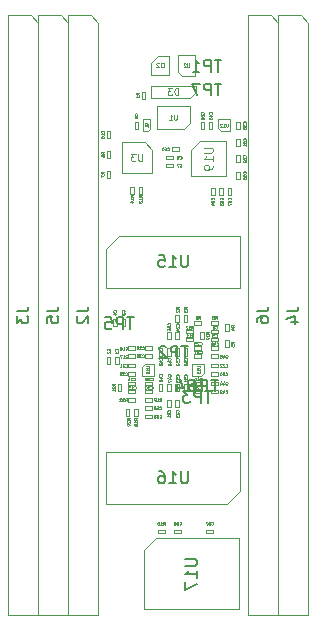
<source format=gbr>
%TF.GenerationSoftware,KiCad,Pcbnew,(5.99.0-10952-g410dbe17de)*%
%TF.CreationDate,2021-06-16T22:03:05+02:00*%
%TF.ProjectId,reDIP-64,72654449-502d-4363-942e-6b696361645f,0.2*%
%TF.SameCoordinates,PX594fc50PY8e9a590*%
%TF.FileFunction,AssemblyDrawing,Bot*%
%FSLAX46Y46*%
G04 Gerber Fmt 4.6, Leading zero omitted, Abs format (unit mm)*
G04 Created by KiCad (PCBNEW (5.99.0-10952-g410dbe17de)) date 2021-06-16 22:03:05*
%MOMM*%
%LPD*%
G01*
G04 APERTURE LIST*
%ADD10C,0.150000*%
%ADD11C,0.040000*%
%ADD12C,0.100000*%
%ADD13C,0.110000*%
%ADD14C,0.060000*%
%ADD15C,0.080000*%
%ADD16C,0.030000*%
%ADD17C,0.120000*%
G04 APERTURE END LIST*
D10*
%TO.C,J2*%
X5802380Y25733334D02*
X6516666Y25733334D01*
X6659523Y25780953D01*
X6754761Y25876191D01*
X6802380Y26019048D01*
X6802380Y26114286D01*
X5897619Y25304762D02*
X5850000Y25257143D01*
X5802380Y25161905D01*
X5802380Y24923810D01*
X5850000Y24828572D01*
X5897619Y24780953D01*
X5992857Y24733334D01*
X6088095Y24733334D01*
X6230952Y24780953D01*
X6802380Y25352381D01*
X6802380Y24733334D01*
%TO.C,J6*%
X21042380Y25733334D02*
X21756666Y25733334D01*
X21899523Y25780953D01*
X21994761Y25876191D01*
X22042380Y26019048D01*
X22042380Y26114286D01*
X21042380Y24828572D02*
X21042380Y25019048D01*
X21090000Y25114286D01*
X21137619Y25161905D01*
X21280476Y25257143D01*
X21470952Y25304762D01*
X21851904Y25304762D01*
X21947142Y25257143D01*
X21994761Y25209524D01*
X22042380Y25114286D01*
X22042380Y24923810D01*
X21994761Y24828572D01*
X21947142Y24780953D01*
X21851904Y24733334D01*
X21613809Y24733334D01*
X21518571Y24780953D01*
X21470952Y24828572D01*
X21423333Y24923810D01*
X21423333Y25114286D01*
X21470952Y25209524D01*
X21518571Y25257143D01*
X21613809Y25304762D01*
%TO.C,J4*%
X23582380Y25733334D02*
X24296666Y25733334D01*
X24439523Y25780953D01*
X24534761Y25876191D01*
X24582380Y26019048D01*
X24582380Y26114286D01*
X23915714Y24828572D02*
X24582380Y24828572D01*
X23534761Y25066667D02*
X24249047Y25304762D01*
X24249047Y24685715D01*
%TO.C,U15*%
X15208095Y30497620D02*
X15208095Y29688096D01*
X15160476Y29592858D01*
X15112857Y29545239D01*
X15017619Y29497620D01*
X14827142Y29497620D01*
X14731904Y29545239D01*
X14684285Y29592858D01*
X14636666Y29688096D01*
X14636666Y30497620D01*
X13636666Y29497620D02*
X14208095Y29497620D01*
X13922380Y29497620D02*
X13922380Y30497620D01*
X14017619Y30354762D01*
X14112857Y30259524D01*
X14208095Y30211905D01*
X12731904Y30497620D02*
X13208095Y30497620D01*
X13255714Y30021429D01*
X13208095Y30069048D01*
X13112857Y30116667D01*
X12874761Y30116667D01*
X12779523Y30069048D01*
X12731904Y30021429D01*
X12684285Y29926191D01*
X12684285Y29688096D01*
X12731904Y29592858D01*
X12779523Y29545239D01*
X12874761Y29497620D01*
X13112857Y29497620D01*
X13208095Y29545239D01*
X13255714Y29592858D01*
%TO.C,U17*%
X14992380Y4758096D02*
X15801904Y4758096D01*
X15897142Y4710477D01*
X15944761Y4662858D01*
X15992380Y4567620D01*
X15992380Y4377143D01*
X15944761Y4281905D01*
X15897142Y4234286D01*
X15801904Y4186667D01*
X14992380Y4186667D01*
X15992380Y3186667D02*
X15992380Y3758096D01*
X15992380Y3472381D02*
X14992380Y3472381D01*
X15135238Y3567620D01*
X15230476Y3662858D01*
X15278095Y3758096D01*
X14992380Y2853334D02*
X14992380Y2186667D01*
X15992380Y2615239D01*
D11*
%TO.C,R1*%
X11093095Y44091667D02*
X10974047Y44175000D01*
X11093095Y44234524D02*
X10843095Y44234524D01*
X10843095Y44139286D01*
X10855000Y44115477D01*
X10866904Y44103572D01*
X10890714Y44091667D01*
X10926428Y44091667D01*
X10950238Y44103572D01*
X10962142Y44115477D01*
X10974047Y44139286D01*
X10974047Y44234524D01*
X11093095Y43853572D02*
X11093095Y43996429D01*
X11093095Y43925000D02*
X10843095Y43925000D01*
X10878809Y43948810D01*
X10902619Y43972620D01*
X10914523Y43996429D01*
%TO.C,R13*%
X11313095Y35410715D02*
X11194047Y35494048D01*
X11313095Y35553572D02*
X11063095Y35553572D01*
X11063095Y35458334D01*
X11075000Y35434524D01*
X11086904Y35422620D01*
X11110714Y35410715D01*
X11146428Y35410715D01*
X11170238Y35422620D01*
X11182142Y35434524D01*
X11194047Y35458334D01*
X11194047Y35553572D01*
X11313095Y35172620D02*
X11313095Y35315477D01*
X11313095Y35244048D02*
X11063095Y35244048D01*
X11098809Y35267858D01*
X11122619Y35291667D01*
X11134523Y35315477D01*
X11063095Y35089286D02*
X11063095Y34934524D01*
X11158333Y35017858D01*
X11158333Y34982143D01*
X11170238Y34958334D01*
X11182142Y34946429D01*
X11205952Y34934524D01*
X11265476Y34934524D01*
X11289285Y34946429D01*
X11301190Y34958334D01*
X11313095Y34982143D01*
X11313095Y35053572D01*
X11301190Y35077381D01*
X11289285Y35089286D01*
%TO.C,C61*%
X20099285Y40230715D02*
X20111190Y40242620D01*
X20123095Y40278334D01*
X20123095Y40302143D01*
X20111190Y40337858D01*
X20087380Y40361667D01*
X20063571Y40373572D01*
X20015952Y40385477D01*
X19980238Y40385477D01*
X19932619Y40373572D01*
X19908809Y40361667D01*
X19885000Y40337858D01*
X19873095Y40302143D01*
X19873095Y40278334D01*
X19885000Y40242620D01*
X19896904Y40230715D01*
X19873095Y40016429D02*
X19873095Y40064048D01*
X19885000Y40087858D01*
X19896904Y40099762D01*
X19932619Y40123572D01*
X19980238Y40135477D01*
X20075476Y40135477D01*
X20099285Y40123572D01*
X20111190Y40111667D01*
X20123095Y40087858D01*
X20123095Y40040239D01*
X20111190Y40016429D01*
X20099285Y40004524D01*
X20075476Y39992620D01*
X20015952Y39992620D01*
X19992142Y40004524D01*
X19980238Y40016429D01*
X19968333Y40040239D01*
X19968333Y40087858D01*
X19980238Y40111667D01*
X19992142Y40123572D01*
X20015952Y40135477D01*
X20123095Y39754524D02*
X20123095Y39897381D01*
X20123095Y39825953D02*
X19873095Y39825953D01*
X19908809Y39849762D01*
X19932619Y39873572D01*
X19944523Y39897381D01*
%TO.C,R6*%
X8133095Y39081667D02*
X8014047Y39165000D01*
X8133095Y39224524D02*
X7883095Y39224524D01*
X7883095Y39129286D01*
X7895000Y39105477D01*
X7906904Y39093572D01*
X7930714Y39081667D01*
X7966428Y39081667D01*
X7990238Y39093572D01*
X8002142Y39105477D01*
X8014047Y39129286D01*
X8014047Y39224524D01*
X7883095Y38867381D02*
X7883095Y38915000D01*
X7895000Y38938810D01*
X7906904Y38950715D01*
X7942619Y38974524D01*
X7990238Y38986429D01*
X8085476Y38986429D01*
X8109285Y38974524D01*
X8121190Y38962620D01*
X8133095Y38938810D01*
X8133095Y38891191D01*
X8121190Y38867381D01*
X8109285Y38855477D01*
X8085476Y38843572D01*
X8025952Y38843572D01*
X8002142Y38855477D01*
X7990238Y38867381D01*
X7978333Y38891191D01*
X7978333Y38938810D01*
X7990238Y38962620D01*
X8002142Y38974524D01*
X8025952Y38986429D01*
%TO.C,R7*%
X8153095Y37401667D02*
X8034047Y37485000D01*
X8153095Y37544524D02*
X7903095Y37544524D01*
X7903095Y37449286D01*
X7915000Y37425477D01*
X7926904Y37413572D01*
X7950714Y37401667D01*
X7986428Y37401667D01*
X8010238Y37413572D01*
X8022142Y37425477D01*
X8034047Y37449286D01*
X8034047Y37544524D01*
X7903095Y37318334D02*
X7903095Y37151667D01*
X8153095Y37258810D01*
%TO.C,C41*%
X17239285Y42460715D02*
X17251190Y42472620D01*
X17263095Y42508334D01*
X17263095Y42532143D01*
X17251190Y42567858D01*
X17227380Y42591667D01*
X17203571Y42603572D01*
X17155952Y42615477D01*
X17120238Y42615477D01*
X17072619Y42603572D01*
X17048809Y42591667D01*
X17025000Y42567858D01*
X17013095Y42532143D01*
X17013095Y42508334D01*
X17025000Y42472620D01*
X17036904Y42460715D01*
X17096428Y42246429D02*
X17263095Y42246429D01*
X17001190Y42305953D02*
X17179761Y42365477D01*
X17179761Y42210715D01*
X17263095Y41984524D02*
X17263095Y42127381D01*
X17263095Y42055953D02*
X17013095Y42055953D01*
X17048809Y42079762D01*
X17072619Y42103572D01*
X17084523Y42127381D01*
%TO.C,U12*%
X18599523Y41636905D02*
X18599523Y41434524D01*
X18587619Y41410715D01*
X18575714Y41398810D01*
X18551904Y41386905D01*
X18504285Y41386905D01*
X18480476Y41398810D01*
X18468571Y41410715D01*
X18456666Y41434524D01*
X18456666Y41636905D01*
X18206666Y41386905D02*
X18349523Y41386905D01*
X18278095Y41386905D02*
X18278095Y41636905D01*
X18301904Y41601191D01*
X18325714Y41577381D01*
X18349523Y41565477D01*
X18111428Y41613096D02*
X18099523Y41625000D01*
X18075714Y41636905D01*
X18016190Y41636905D01*
X17992380Y41625000D01*
X17980476Y41613096D01*
X17968571Y41589286D01*
X17968571Y41565477D01*
X17980476Y41529762D01*
X18123333Y41386905D01*
X17968571Y41386905D01*
%TO.C,C63*%
X18149285Y35220715D02*
X18161190Y35232620D01*
X18173095Y35268334D01*
X18173095Y35292143D01*
X18161190Y35327858D01*
X18137380Y35351667D01*
X18113571Y35363572D01*
X18065952Y35375477D01*
X18030238Y35375477D01*
X17982619Y35363572D01*
X17958809Y35351667D01*
X17935000Y35327858D01*
X17923095Y35292143D01*
X17923095Y35268334D01*
X17935000Y35232620D01*
X17946904Y35220715D01*
X17923095Y35006429D02*
X17923095Y35054048D01*
X17935000Y35077858D01*
X17946904Y35089762D01*
X17982619Y35113572D01*
X18030238Y35125477D01*
X18125476Y35125477D01*
X18149285Y35113572D01*
X18161190Y35101667D01*
X18173095Y35077858D01*
X18173095Y35030239D01*
X18161190Y35006429D01*
X18149285Y34994524D01*
X18125476Y34982620D01*
X18065952Y34982620D01*
X18042142Y34994524D01*
X18030238Y35006429D01*
X18018333Y35030239D01*
X18018333Y35077858D01*
X18030238Y35101667D01*
X18042142Y35113572D01*
X18065952Y35125477D01*
X17923095Y34899286D02*
X17923095Y34744524D01*
X18018333Y34827858D01*
X18018333Y34792143D01*
X18030238Y34768334D01*
X18042142Y34756429D01*
X18065952Y34744524D01*
X18125476Y34744524D01*
X18149285Y34756429D01*
X18161190Y34768334D01*
X18173095Y34792143D01*
X18173095Y34863572D01*
X18161190Y34887381D01*
X18149285Y34899286D01*
%TO.C,C65*%
X16539285Y42460715D02*
X16551190Y42472620D01*
X16563095Y42508334D01*
X16563095Y42532143D01*
X16551190Y42567858D01*
X16527380Y42591667D01*
X16503571Y42603572D01*
X16455952Y42615477D01*
X16420238Y42615477D01*
X16372619Y42603572D01*
X16348809Y42591667D01*
X16325000Y42567858D01*
X16313095Y42532143D01*
X16313095Y42508334D01*
X16325000Y42472620D01*
X16336904Y42460715D01*
X16313095Y42246429D02*
X16313095Y42294048D01*
X16325000Y42317858D01*
X16336904Y42329762D01*
X16372619Y42353572D01*
X16420238Y42365477D01*
X16515476Y42365477D01*
X16539285Y42353572D01*
X16551190Y42341667D01*
X16563095Y42317858D01*
X16563095Y42270239D01*
X16551190Y42246429D01*
X16539285Y42234524D01*
X16515476Y42222620D01*
X16455952Y42222620D01*
X16432142Y42234524D01*
X16420238Y42246429D01*
X16408333Y42270239D01*
X16408333Y42317858D01*
X16420238Y42341667D01*
X16432142Y42353572D01*
X16455952Y42365477D01*
X16313095Y41996429D02*
X16313095Y42115477D01*
X16432142Y42127381D01*
X16420238Y42115477D01*
X16408333Y42091667D01*
X16408333Y42032143D01*
X16420238Y42008334D01*
X16432142Y41996429D01*
X16455952Y41984524D01*
X16515476Y41984524D01*
X16539285Y41996429D01*
X16551190Y42008334D01*
X16563095Y42032143D01*
X16563095Y42091667D01*
X16551190Y42115477D01*
X16539285Y42127381D01*
D12*
%TO.C,U3*%
X11357142Y39078572D02*
X11357142Y38592858D01*
X11328571Y38535715D01*
X11300000Y38507143D01*
X11242857Y38478572D01*
X11128571Y38478572D01*
X11071428Y38507143D01*
X11042857Y38535715D01*
X11014285Y38592858D01*
X11014285Y39078572D01*
X10785714Y39078572D02*
X10414285Y39078572D01*
X10614285Y38850000D01*
X10528571Y38850000D01*
X10471428Y38821429D01*
X10442857Y38792858D01*
X10414285Y38735715D01*
X10414285Y38592858D01*
X10442857Y38535715D01*
X10471428Y38507143D01*
X10528571Y38478572D01*
X10700000Y38478572D01*
X10757142Y38507143D01*
X10785714Y38535715D01*
D11*
%TO.C,C8*%
X10929285Y42341667D02*
X10941190Y42353572D01*
X10953095Y42389286D01*
X10953095Y42413096D01*
X10941190Y42448810D01*
X10917380Y42472620D01*
X10893571Y42484524D01*
X10845952Y42496429D01*
X10810238Y42496429D01*
X10762619Y42484524D01*
X10738809Y42472620D01*
X10715000Y42448810D01*
X10703095Y42413096D01*
X10703095Y42389286D01*
X10715000Y42353572D01*
X10726904Y42341667D01*
X10810238Y42198810D02*
X10798333Y42222620D01*
X10786428Y42234524D01*
X10762619Y42246429D01*
X10750714Y42246429D01*
X10726904Y42234524D01*
X10715000Y42222620D01*
X10703095Y42198810D01*
X10703095Y42151191D01*
X10715000Y42127381D01*
X10726904Y42115477D01*
X10750714Y42103572D01*
X10762619Y42103572D01*
X10786428Y42115477D01*
X10798333Y42127381D01*
X10810238Y42151191D01*
X10810238Y42198810D01*
X10822142Y42222620D01*
X10834047Y42234524D01*
X10857857Y42246429D01*
X10905476Y42246429D01*
X10929285Y42234524D01*
X10941190Y42222620D01*
X10953095Y42198810D01*
X10953095Y42151191D01*
X10941190Y42127381D01*
X10929285Y42115477D01*
X10905476Y42103572D01*
X10857857Y42103572D01*
X10834047Y42115477D01*
X10822142Y42127381D01*
X10810238Y42151191D01*
%TO.C,C62*%
X20099285Y38820715D02*
X20111190Y38832620D01*
X20123095Y38868334D01*
X20123095Y38892143D01*
X20111190Y38927858D01*
X20087380Y38951667D01*
X20063571Y38963572D01*
X20015952Y38975477D01*
X19980238Y38975477D01*
X19932619Y38963572D01*
X19908809Y38951667D01*
X19885000Y38927858D01*
X19873095Y38892143D01*
X19873095Y38868334D01*
X19885000Y38832620D01*
X19896904Y38820715D01*
X19873095Y38606429D02*
X19873095Y38654048D01*
X19885000Y38677858D01*
X19896904Y38689762D01*
X19932619Y38713572D01*
X19980238Y38725477D01*
X20075476Y38725477D01*
X20099285Y38713572D01*
X20111190Y38701667D01*
X20123095Y38677858D01*
X20123095Y38630239D01*
X20111190Y38606429D01*
X20099285Y38594524D01*
X20075476Y38582620D01*
X20015952Y38582620D01*
X19992142Y38594524D01*
X19980238Y38606429D01*
X19968333Y38630239D01*
X19968333Y38677858D01*
X19980238Y38701667D01*
X19992142Y38713572D01*
X20015952Y38725477D01*
X19896904Y38487381D02*
X19885000Y38475477D01*
X19873095Y38451667D01*
X19873095Y38392143D01*
X19885000Y38368334D01*
X19896904Y38356429D01*
X19920714Y38344524D01*
X19944523Y38344524D01*
X19980238Y38356429D01*
X20123095Y38499286D01*
X20123095Y38344524D01*
D13*
%TO.C,U19*%
X16559285Y39608572D02*
X17166428Y39608572D01*
X17237857Y39572858D01*
X17273571Y39537143D01*
X17309285Y39465715D01*
X17309285Y39322858D01*
X17273571Y39251429D01*
X17237857Y39215715D01*
X17166428Y39180000D01*
X16559285Y39180000D01*
X17309285Y38430000D02*
X17309285Y38858572D01*
X17309285Y38644286D02*
X16559285Y38644286D01*
X16666428Y38715715D01*
X16737857Y38787143D01*
X16773571Y38858572D01*
X17309285Y38072858D02*
X17309285Y37930000D01*
X17273571Y37858572D01*
X17237857Y37822858D01*
X17130714Y37751429D01*
X16987857Y37715715D01*
X16702142Y37715715D01*
X16630714Y37751429D01*
X16595000Y37787143D01*
X16559285Y37858572D01*
X16559285Y38001429D01*
X16595000Y38072858D01*
X16630714Y38108572D01*
X16702142Y38144286D01*
X16880714Y38144286D01*
X16952142Y38108572D01*
X16987857Y38072858D01*
X17023571Y38001429D01*
X17023571Y37858572D01*
X16987857Y37787143D01*
X16952142Y37751429D01*
X16880714Y37715715D01*
D11*
%TO.C,C64*%
X17429285Y35220715D02*
X17441190Y35232620D01*
X17453095Y35268334D01*
X17453095Y35292143D01*
X17441190Y35327858D01*
X17417380Y35351667D01*
X17393571Y35363572D01*
X17345952Y35375477D01*
X17310238Y35375477D01*
X17262619Y35363572D01*
X17238809Y35351667D01*
X17215000Y35327858D01*
X17203095Y35292143D01*
X17203095Y35268334D01*
X17215000Y35232620D01*
X17226904Y35220715D01*
X17203095Y35006429D02*
X17203095Y35054048D01*
X17215000Y35077858D01*
X17226904Y35089762D01*
X17262619Y35113572D01*
X17310238Y35125477D01*
X17405476Y35125477D01*
X17429285Y35113572D01*
X17441190Y35101667D01*
X17453095Y35077858D01*
X17453095Y35030239D01*
X17441190Y35006429D01*
X17429285Y34994524D01*
X17405476Y34982620D01*
X17345952Y34982620D01*
X17322142Y34994524D01*
X17310238Y35006429D01*
X17298333Y35030239D01*
X17298333Y35077858D01*
X17310238Y35101667D01*
X17322142Y35113572D01*
X17345952Y35125477D01*
X17286428Y34768334D02*
X17453095Y34768334D01*
X17191190Y34827858D02*
X17369761Y34887381D01*
X17369761Y34732620D01*
D14*
%TO.C,U1*%
X14274761Y42379048D02*
X14274761Y42055239D01*
X14255714Y42017143D01*
X14236666Y41998096D01*
X14198571Y41979048D01*
X14122380Y41979048D01*
X14084285Y41998096D01*
X14065238Y42017143D01*
X14046190Y42055239D01*
X14046190Y42379048D01*
X13646190Y41979048D02*
X13874761Y41979048D01*
X13760476Y41979048D02*
X13760476Y42379048D01*
X13798571Y42321905D01*
X13836666Y42283810D01*
X13874761Y42264762D01*
D15*
%TO.C,D2*%
X13155238Y46389048D02*
X13155238Y46789048D01*
X13060000Y46789048D01*
X13002857Y46770000D01*
X12964761Y46731905D01*
X12945714Y46693810D01*
X12926666Y46617620D01*
X12926666Y46560477D01*
X12945714Y46484286D01*
X12964761Y46446191D01*
X13002857Y46408096D01*
X13060000Y46389048D01*
X13155238Y46389048D01*
X12774285Y46750953D02*
X12755238Y46770000D01*
X12717142Y46789048D01*
X12621904Y46789048D01*
X12583809Y46770000D01*
X12564761Y46750953D01*
X12545714Y46712858D01*
X12545714Y46674762D01*
X12564761Y46617620D01*
X12793333Y46389048D01*
X12545714Y46389048D01*
D10*
%TO.C,J3*%
X722380Y25733334D02*
X1436666Y25733334D01*
X1579523Y25780953D01*
X1674761Y25876191D01*
X1722380Y26019048D01*
X1722380Y26114286D01*
X722380Y25352381D02*
X722380Y24733334D01*
X1103333Y25066667D01*
X1103333Y24923810D01*
X1150952Y24828572D01*
X1198571Y24780953D01*
X1293809Y24733334D01*
X1531904Y24733334D01*
X1627142Y24780953D01*
X1674761Y24828572D01*
X1722380Y24923810D01*
X1722380Y25209524D01*
X1674761Y25304762D01*
X1627142Y25352381D01*
%TO.C,J5*%
X3262380Y25733334D02*
X3976666Y25733334D01*
X4119523Y25780953D01*
X4214761Y25876191D01*
X4262380Y26019048D01*
X4262380Y26114286D01*
X3262380Y24780953D02*
X3262380Y25257143D01*
X3738571Y25304762D01*
X3690952Y25257143D01*
X3643333Y25161905D01*
X3643333Y24923810D01*
X3690952Y24828572D01*
X3738571Y24780953D01*
X3833809Y24733334D01*
X4071904Y24733334D01*
X4167142Y24780953D01*
X4214761Y24828572D01*
X4262380Y24923810D01*
X4262380Y25161905D01*
X4214761Y25257143D01*
X4167142Y25304762D01*
D11*
%TO.C,C55*%
X14510714Y7710715D02*
X14522619Y7698810D01*
X14558333Y7686905D01*
X14582142Y7686905D01*
X14617857Y7698810D01*
X14641666Y7722620D01*
X14653571Y7746429D01*
X14665476Y7794048D01*
X14665476Y7829762D01*
X14653571Y7877381D01*
X14641666Y7901191D01*
X14617857Y7925000D01*
X14582142Y7936905D01*
X14558333Y7936905D01*
X14522619Y7925000D01*
X14510714Y7913096D01*
X14284523Y7936905D02*
X14403571Y7936905D01*
X14415476Y7817858D01*
X14403571Y7829762D01*
X14379761Y7841667D01*
X14320238Y7841667D01*
X14296428Y7829762D01*
X14284523Y7817858D01*
X14272619Y7794048D01*
X14272619Y7734524D01*
X14284523Y7710715D01*
X14296428Y7698810D01*
X14320238Y7686905D01*
X14379761Y7686905D01*
X14403571Y7698810D01*
X14415476Y7710715D01*
X14046428Y7936905D02*
X14165476Y7936905D01*
X14177380Y7817858D01*
X14165476Y7829762D01*
X14141666Y7841667D01*
X14082142Y7841667D01*
X14058333Y7829762D01*
X14046428Y7817858D01*
X14034523Y7794048D01*
X14034523Y7734524D01*
X14046428Y7710715D01*
X14058333Y7698810D01*
X14082142Y7686905D01*
X14141666Y7686905D01*
X14165476Y7698810D01*
X14177380Y7710715D01*
%TO.C,C38*%
X20109285Y41660715D02*
X20121190Y41672620D01*
X20133095Y41708334D01*
X20133095Y41732143D01*
X20121190Y41767858D01*
X20097380Y41791667D01*
X20073571Y41803572D01*
X20025952Y41815477D01*
X19990238Y41815477D01*
X19942619Y41803572D01*
X19918809Y41791667D01*
X19895000Y41767858D01*
X19883095Y41732143D01*
X19883095Y41708334D01*
X19895000Y41672620D01*
X19906904Y41660715D01*
X19883095Y41577381D02*
X19883095Y41422620D01*
X19978333Y41505953D01*
X19978333Y41470239D01*
X19990238Y41446429D01*
X20002142Y41434524D01*
X20025952Y41422620D01*
X20085476Y41422620D01*
X20109285Y41434524D01*
X20121190Y41446429D01*
X20133095Y41470239D01*
X20133095Y41541667D01*
X20121190Y41565477D01*
X20109285Y41577381D01*
X19990238Y41279762D02*
X19978333Y41303572D01*
X19966428Y41315477D01*
X19942619Y41327381D01*
X19930714Y41327381D01*
X19906904Y41315477D01*
X19895000Y41303572D01*
X19883095Y41279762D01*
X19883095Y41232143D01*
X19895000Y41208334D01*
X19906904Y41196429D01*
X19930714Y41184524D01*
X19942619Y41184524D01*
X19966428Y41196429D01*
X19978333Y41208334D01*
X19990238Y41232143D01*
X19990238Y41279762D01*
X20002142Y41303572D01*
X20014047Y41315477D01*
X20037857Y41327381D01*
X20085476Y41327381D01*
X20109285Y41315477D01*
X20121190Y41303572D01*
X20133095Y41279762D01*
X20133095Y41232143D01*
X20121190Y41208334D01*
X20109285Y41196429D01*
X20085476Y41184524D01*
X20037857Y41184524D01*
X20014047Y41196429D01*
X20002142Y41208334D01*
X19990238Y41232143D01*
%TO.C,C57*%
X17200714Y7710715D02*
X17212619Y7698810D01*
X17248333Y7686905D01*
X17272142Y7686905D01*
X17307857Y7698810D01*
X17331666Y7722620D01*
X17343571Y7746429D01*
X17355476Y7794048D01*
X17355476Y7829762D01*
X17343571Y7877381D01*
X17331666Y7901191D01*
X17307857Y7925000D01*
X17272142Y7936905D01*
X17248333Y7936905D01*
X17212619Y7925000D01*
X17200714Y7913096D01*
X16974523Y7936905D02*
X17093571Y7936905D01*
X17105476Y7817858D01*
X17093571Y7829762D01*
X17069761Y7841667D01*
X17010238Y7841667D01*
X16986428Y7829762D01*
X16974523Y7817858D01*
X16962619Y7794048D01*
X16962619Y7734524D01*
X16974523Y7710715D01*
X16986428Y7698810D01*
X17010238Y7686905D01*
X17069761Y7686905D01*
X17093571Y7698810D01*
X17105476Y7710715D01*
X16879285Y7936905D02*
X16712619Y7936905D01*
X16819761Y7686905D01*
D10*
%TO.C,U16*%
X15208095Y12197620D02*
X15208095Y11388096D01*
X15160476Y11292858D01*
X15112857Y11245239D01*
X15017619Y11197620D01*
X14827142Y11197620D01*
X14731904Y11245239D01*
X14684285Y11292858D01*
X14636666Y11388096D01*
X14636666Y12197620D01*
X13636666Y11197620D02*
X14208095Y11197620D01*
X13922380Y11197620D02*
X13922380Y12197620D01*
X14017619Y12054762D01*
X14112857Y11959524D01*
X14208095Y11911905D01*
X12779523Y12197620D02*
X12970000Y12197620D01*
X13065238Y12150000D01*
X13112857Y12102381D01*
X13208095Y11959524D01*
X13255714Y11769048D01*
X13255714Y11388096D01*
X13208095Y11292858D01*
X13160476Y11245239D01*
X13065238Y11197620D01*
X12874761Y11197620D01*
X12779523Y11245239D01*
X12731904Y11292858D01*
X12684285Y11388096D01*
X12684285Y11626191D01*
X12731904Y11721429D01*
X12779523Y11769048D01*
X12874761Y11816667D01*
X13065238Y11816667D01*
X13160476Y11769048D01*
X13208095Y11721429D01*
X13255714Y11626191D01*
D11*
%TO.C,C2*%
X8579285Y22431667D02*
X8591190Y22443572D01*
X8603095Y22479286D01*
X8603095Y22503096D01*
X8591190Y22538810D01*
X8567380Y22562620D01*
X8543571Y22574524D01*
X8495952Y22586429D01*
X8460238Y22586429D01*
X8412619Y22574524D01*
X8388809Y22562620D01*
X8365000Y22538810D01*
X8353095Y22503096D01*
X8353095Y22479286D01*
X8365000Y22443572D01*
X8376904Y22431667D01*
X8376904Y22336429D02*
X8365000Y22324524D01*
X8353095Y22300715D01*
X8353095Y22241191D01*
X8365000Y22217381D01*
X8376904Y22205477D01*
X8400714Y22193572D01*
X8424523Y22193572D01*
X8460238Y22205477D01*
X8603095Y22348334D01*
X8603095Y22193572D01*
%TO.C,C1*%
X9289285Y22411667D02*
X9301190Y22423572D01*
X9313095Y22459286D01*
X9313095Y22483096D01*
X9301190Y22518810D01*
X9277380Y22542620D01*
X9253571Y22554524D01*
X9205952Y22566429D01*
X9170238Y22566429D01*
X9122619Y22554524D01*
X9098809Y22542620D01*
X9075000Y22518810D01*
X9063095Y22483096D01*
X9063095Y22459286D01*
X9075000Y22423572D01*
X9086904Y22411667D01*
X9313095Y22173572D02*
X9313095Y22316429D01*
X9313095Y22245000D02*
X9063095Y22245000D01*
X9098809Y22268810D01*
X9122619Y22292620D01*
X9134523Y22316429D01*
%TO.C,R16*%
X13100714Y7676905D02*
X13184047Y7795953D01*
X13243571Y7676905D02*
X13243571Y7926905D01*
X13148333Y7926905D01*
X13124523Y7915000D01*
X13112619Y7903096D01*
X13100714Y7879286D01*
X13100714Y7843572D01*
X13112619Y7819762D01*
X13124523Y7807858D01*
X13148333Y7795953D01*
X13243571Y7795953D01*
X12862619Y7676905D02*
X13005476Y7676905D01*
X12934047Y7676905D02*
X12934047Y7926905D01*
X12957857Y7891191D01*
X12981666Y7867381D01*
X13005476Y7855477D01*
X12648333Y7926905D02*
X12695952Y7926905D01*
X12719761Y7915000D01*
X12731666Y7903096D01*
X12755476Y7867381D01*
X12767380Y7819762D01*
X12767380Y7724524D01*
X12755476Y7700715D01*
X12743571Y7688810D01*
X12719761Y7676905D01*
X12672142Y7676905D01*
X12648333Y7688810D01*
X12636428Y7700715D01*
X12624523Y7724524D01*
X12624523Y7784048D01*
X12636428Y7807858D01*
X12648333Y7819762D01*
X12672142Y7831667D01*
X12719761Y7831667D01*
X12743571Y7819762D01*
X12755476Y7807858D01*
X12767380Y7784048D01*
%TO.C,C5*%
X17521666Y23590715D02*
X17533571Y23578810D01*
X17569285Y23566905D01*
X17593095Y23566905D01*
X17628809Y23578810D01*
X17652619Y23602620D01*
X17664523Y23626429D01*
X17676428Y23674048D01*
X17676428Y23709762D01*
X17664523Y23757381D01*
X17652619Y23781191D01*
X17628809Y23805000D01*
X17593095Y23816905D01*
X17569285Y23816905D01*
X17533571Y23805000D01*
X17521666Y23793096D01*
X17295476Y23816905D02*
X17414523Y23816905D01*
X17426428Y23697858D01*
X17414523Y23709762D01*
X17390714Y23721667D01*
X17331190Y23721667D01*
X17307380Y23709762D01*
X17295476Y23697858D01*
X17283571Y23674048D01*
X17283571Y23614524D01*
X17295476Y23590715D01*
X17307380Y23578810D01*
X17331190Y23566905D01*
X17390714Y23566905D01*
X17414523Y23578810D01*
X17426428Y23590715D01*
%TO.C,R8*%
X17511666Y25116905D02*
X17595000Y25235953D01*
X17654523Y25116905D02*
X17654523Y25366905D01*
X17559285Y25366905D01*
X17535476Y25355000D01*
X17523571Y25343096D01*
X17511666Y25319286D01*
X17511666Y25283572D01*
X17523571Y25259762D01*
X17535476Y25247858D01*
X17559285Y25235953D01*
X17654523Y25235953D01*
X17368809Y25259762D02*
X17392619Y25271667D01*
X17404523Y25283572D01*
X17416428Y25307381D01*
X17416428Y25319286D01*
X17404523Y25343096D01*
X17392619Y25355000D01*
X17368809Y25366905D01*
X17321190Y25366905D01*
X17297380Y25355000D01*
X17285476Y25343096D01*
X17273571Y25319286D01*
X17273571Y25307381D01*
X17285476Y25283572D01*
X17297380Y25271667D01*
X17321190Y25259762D01*
X17368809Y25259762D01*
X17392619Y25247858D01*
X17404523Y25235953D01*
X17416428Y25212143D01*
X17416428Y25164524D01*
X17404523Y25140715D01*
X17392619Y25128810D01*
X17368809Y25116905D01*
X17321190Y25116905D01*
X17297380Y25128810D01*
X17285476Y25140715D01*
X17273571Y25164524D01*
X17273571Y25212143D01*
X17285476Y25235953D01*
X17297380Y25247858D01*
X17321190Y25259762D01*
%TO.C,C25*%
X16240714Y22920715D02*
X16252619Y22908810D01*
X16288333Y22896905D01*
X16312142Y22896905D01*
X16347857Y22908810D01*
X16371666Y22932620D01*
X16383571Y22956429D01*
X16395476Y23004048D01*
X16395476Y23039762D01*
X16383571Y23087381D01*
X16371666Y23111191D01*
X16347857Y23135000D01*
X16312142Y23146905D01*
X16288333Y23146905D01*
X16252619Y23135000D01*
X16240714Y23123096D01*
X16145476Y23123096D02*
X16133571Y23135000D01*
X16109761Y23146905D01*
X16050238Y23146905D01*
X16026428Y23135000D01*
X16014523Y23123096D01*
X16002619Y23099286D01*
X16002619Y23075477D01*
X16014523Y23039762D01*
X16157380Y22896905D01*
X16002619Y22896905D01*
X15776428Y23146905D02*
X15895476Y23146905D01*
X15907380Y23027858D01*
X15895476Y23039762D01*
X15871666Y23051667D01*
X15812142Y23051667D01*
X15788333Y23039762D01*
X15776428Y23027858D01*
X15764523Y23004048D01*
X15764523Y22944524D01*
X15776428Y22920715D01*
X15788333Y22908810D01*
X15812142Y22896905D01*
X15871666Y22896905D01*
X15895476Y22908810D01*
X15907380Y22920715D01*
%TO.C,C16*%
X9940714Y22530715D02*
X9952619Y22518810D01*
X9988333Y22506905D01*
X10012142Y22506905D01*
X10047857Y22518810D01*
X10071666Y22542620D01*
X10083571Y22566429D01*
X10095476Y22614048D01*
X10095476Y22649762D01*
X10083571Y22697381D01*
X10071666Y22721191D01*
X10047857Y22745000D01*
X10012142Y22756905D01*
X9988333Y22756905D01*
X9952619Y22745000D01*
X9940714Y22733096D01*
X9702619Y22506905D02*
X9845476Y22506905D01*
X9774047Y22506905D02*
X9774047Y22756905D01*
X9797857Y22721191D01*
X9821666Y22697381D01*
X9845476Y22685477D01*
X9488333Y22756905D02*
X9535952Y22756905D01*
X9559761Y22745000D01*
X9571666Y22733096D01*
X9595476Y22697381D01*
X9607380Y22649762D01*
X9607380Y22554524D01*
X9595476Y22530715D01*
X9583571Y22518810D01*
X9559761Y22506905D01*
X9512142Y22506905D01*
X9488333Y22518810D01*
X9476428Y22530715D01*
X9464523Y22554524D01*
X9464523Y22614048D01*
X9476428Y22637858D01*
X9488333Y22649762D01*
X9512142Y22661667D01*
X9559761Y22661667D01*
X9583571Y22649762D01*
X9595476Y22637858D01*
X9607380Y22614048D01*
%TO.C,C58*%
X12820714Y16760715D02*
X12832619Y16748810D01*
X12868333Y16736905D01*
X12892142Y16736905D01*
X12927857Y16748810D01*
X12951666Y16772620D01*
X12963571Y16796429D01*
X12975476Y16844048D01*
X12975476Y16879762D01*
X12963571Y16927381D01*
X12951666Y16951191D01*
X12927857Y16975000D01*
X12892142Y16986905D01*
X12868333Y16986905D01*
X12832619Y16975000D01*
X12820714Y16963096D01*
X12594523Y16986905D02*
X12713571Y16986905D01*
X12725476Y16867858D01*
X12713571Y16879762D01*
X12689761Y16891667D01*
X12630238Y16891667D01*
X12606428Y16879762D01*
X12594523Y16867858D01*
X12582619Y16844048D01*
X12582619Y16784524D01*
X12594523Y16760715D01*
X12606428Y16748810D01*
X12630238Y16736905D01*
X12689761Y16736905D01*
X12713571Y16748810D01*
X12725476Y16760715D01*
X12439761Y16879762D02*
X12463571Y16891667D01*
X12475476Y16903572D01*
X12487380Y16927381D01*
X12487380Y16939286D01*
X12475476Y16963096D01*
X12463571Y16975000D01*
X12439761Y16986905D01*
X12392142Y16986905D01*
X12368333Y16975000D01*
X12356428Y16963096D01*
X12344523Y16939286D01*
X12344523Y16927381D01*
X12356428Y16903572D01*
X12368333Y16891667D01*
X12392142Y16879762D01*
X12439761Y16879762D01*
X12463571Y16867858D01*
X12475476Y16855953D01*
X12487380Y16832143D01*
X12487380Y16784524D01*
X12475476Y16760715D01*
X12463571Y16748810D01*
X12439761Y16736905D01*
X12392142Y16736905D01*
X12368333Y16748810D01*
X12356428Y16760715D01*
X12344523Y16784524D01*
X12344523Y16832143D01*
X12356428Y16855953D01*
X12368333Y16867858D01*
X12392142Y16879762D01*
%TO.C,R22*%
X9900714Y18116905D02*
X9984047Y18235953D01*
X10043571Y18116905D02*
X10043571Y18366905D01*
X9948333Y18366905D01*
X9924523Y18355000D01*
X9912619Y18343096D01*
X9900714Y18319286D01*
X9900714Y18283572D01*
X9912619Y18259762D01*
X9924523Y18247858D01*
X9948333Y18235953D01*
X10043571Y18235953D01*
X9805476Y18343096D02*
X9793571Y18355000D01*
X9769761Y18366905D01*
X9710238Y18366905D01*
X9686428Y18355000D01*
X9674523Y18343096D01*
X9662619Y18319286D01*
X9662619Y18295477D01*
X9674523Y18259762D01*
X9817380Y18116905D01*
X9662619Y18116905D01*
X9567380Y18343096D02*
X9555476Y18355000D01*
X9531666Y18366905D01*
X9472142Y18366905D01*
X9448333Y18355000D01*
X9436428Y18343096D01*
X9424523Y18319286D01*
X9424523Y18295477D01*
X9436428Y18259762D01*
X9579285Y18116905D01*
X9424523Y18116905D01*
%TO.C,C30*%
X12070714Y19190715D02*
X12082619Y19178810D01*
X12118333Y19166905D01*
X12142142Y19166905D01*
X12177857Y19178810D01*
X12201666Y19202620D01*
X12213571Y19226429D01*
X12225476Y19274048D01*
X12225476Y19309762D01*
X12213571Y19357381D01*
X12201666Y19381191D01*
X12177857Y19405000D01*
X12142142Y19416905D01*
X12118333Y19416905D01*
X12082619Y19405000D01*
X12070714Y19393096D01*
X11987380Y19416905D02*
X11832619Y19416905D01*
X11915952Y19321667D01*
X11880238Y19321667D01*
X11856428Y19309762D01*
X11844523Y19297858D01*
X11832619Y19274048D01*
X11832619Y19214524D01*
X11844523Y19190715D01*
X11856428Y19178810D01*
X11880238Y19166905D01*
X11951666Y19166905D01*
X11975476Y19178810D01*
X11987380Y19190715D01*
X11677857Y19416905D02*
X11654047Y19416905D01*
X11630238Y19405000D01*
X11618333Y19393096D01*
X11606428Y19369286D01*
X11594523Y19321667D01*
X11594523Y19262143D01*
X11606428Y19214524D01*
X11618333Y19190715D01*
X11630238Y19178810D01*
X11654047Y19166905D01*
X11677857Y19166905D01*
X11701666Y19178810D01*
X11713571Y19190715D01*
X11725476Y19214524D01*
X11737380Y19262143D01*
X11737380Y19321667D01*
X11725476Y19369286D01*
X11713571Y19393096D01*
X11701666Y19405000D01*
X11677857Y19416905D01*
%TO.C,C66*%
X20109285Y37430715D02*
X20121190Y37442620D01*
X20133095Y37478334D01*
X20133095Y37502143D01*
X20121190Y37537858D01*
X20097380Y37561667D01*
X20073571Y37573572D01*
X20025952Y37585477D01*
X19990238Y37585477D01*
X19942619Y37573572D01*
X19918809Y37561667D01*
X19895000Y37537858D01*
X19883095Y37502143D01*
X19883095Y37478334D01*
X19895000Y37442620D01*
X19906904Y37430715D01*
X19883095Y37216429D02*
X19883095Y37264048D01*
X19895000Y37287858D01*
X19906904Y37299762D01*
X19942619Y37323572D01*
X19990238Y37335477D01*
X20085476Y37335477D01*
X20109285Y37323572D01*
X20121190Y37311667D01*
X20133095Y37287858D01*
X20133095Y37240239D01*
X20121190Y37216429D01*
X20109285Y37204524D01*
X20085476Y37192620D01*
X20025952Y37192620D01*
X20002142Y37204524D01*
X19990238Y37216429D01*
X19978333Y37240239D01*
X19978333Y37287858D01*
X19990238Y37311667D01*
X20002142Y37323572D01*
X20025952Y37335477D01*
X19883095Y36978334D02*
X19883095Y37025953D01*
X19895000Y37049762D01*
X19906904Y37061667D01*
X19942619Y37085477D01*
X19990238Y37097381D01*
X20085476Y37097381D01*
X20109285Y37085477D01*
X20121190Y37073572D01*
X20133095Y37049762D01*
X20133095Y37002143D01*
X20121190Y36978334D01*
X20109285Y36966429D01*
X20085476Y36954524D01*
X20025952Y36954524D01*
X20002142Y36966429D01*
X19990238Y36978334D01*
X19978333Y37002143D01*
X19978333Y37049762D01*
X19990238Y37073572D01*
X20002142Y37085477D01*
X20025952Y37097381D01*
%TO.C,C39*%
X11360714Y21870715D02*
X11372619Y21858810D01*
X11408333Y21846905D01*
X11432142Y21846905D01*
X11467857Y21858810D01*
X11491666Y21882620D01*
X11503571Y21906429D01*
X11515476Y21954048D01*
X11515476Y21989762D01*
X11503571Y22037381D01*
X11491666Y22061191D01*
X11467857Y22085000D01*
X11432142Y22096905D01*
X11408333Y22096905D01*
X11372619Y22085000D01*
X11360714Y22073096D01*
X11277380Y22096905D02*
X11122619Y22096905D01*
X11205952Y22001667D01*
X11170238Y22001667D01*
X11146428Y21989762D01*
X11134523Y21977858D01*
X11122619Y21954048D01*
X11122619Y21894524D01*
X11134523Y21870715D01*
X11146428Y21858810D01*
X11170238Y21846905D01*
X11241666Y21846905D01*
X11265476Y21858810D01*
X11277380Y21870715D01*
X11003571Y21846905D02*
X10955952Y21846905D01*
X10932142Y21858810D01*
X10920238Y21870715D01*
X10896428Y21906429D01*
X10884523Y21954048D01*
X10884523Y22049286D01*
X10896428Y22073096D01*
X10908333Y22085000D01*
X10932142Y22096905D01*
X10979761Y22096905D01*
X11003571Y22085000D01*
X11015476Y22073096D01*
X11027380Y22049286D01*
X11027380Y21989762D01*
X11015476Y21965953D01*
X11003571Y21954048D01*
X10979761Y21942143D01*
X10932142Y21942143D01*
X10908333Y21954048D01*
X10896428Y21965953D01*
X10884523Y21989762D01*
%TO.C,C37*%
X16260714Y22190715D02*
X16272619Y22178810D01*
X16308333Y22166905D01*
X16332142Y22166905D01*
X16367857Y22178810D01*
X16391666Y22202620D01*
X16403571Y22226429D01*
X16415476Y22274048D01*
X16415476Y22309762D01*
X16403571Y22357381D01*
X16391666Y22381191D01*
X16367857Y22405000D01*
X16332142Y22416905D01*
X16308333Y22416905D01*
X16272619Y22405000D01*
X16260714Y22393096D01*
X16177380Y22416905D02*
X16022619Y22416905D01*
X16105952Y22321667D01*
X16070238Y22321667D01*
X16046428Y22309762D01*
X16034523Y22297858D01*
X16022619Y22274048D01*
X16022619Y22214524D01*
X16034523Y22190715D01*
X16046428Y22178810D01*
X16070238Y22166905D01*
X16141666Y22166905D01*
X16165476Y22178810D01*
X16177380Y22190715D01*
X15939285Y22416905D02*
X15772619Y22416905D01*
X15879761Y22166905D01*
%TO.C,C53*%
X14429285Y20250715D02*
X14441190Y20262620D01*
X14453095Y20298334D01*
X14453095Y20322143D01*
X14441190Y20357858D01*
X14417380Y20381667D01*
X14393571Y20393572D01*
X14345952Y20405477D01*
X14310238Y20405477D01*
X14262619Y20393572D01*
X14238809Y20381667D01*
X14215000Y20357858D01*
X14203095Y20322143D01*
X14203095Y20298334D01*
X14215000Y20262620D01*
X14226904Y20250715D01*
X14203095Y20024524D02*
X14203095Y20143572D01*
X14322142Y20155477D01*
X14310238Y20143572D01*
X14298333Y20119762D01*
X14298333Y20060239D01*
X14310238Y20036429D01*
X14322142Y20024524D01*
X14345952Y20012620D01*
X14405476Y20012620D01*
X14429285Y20024524D01*
X14441190Y20036429D01*
X14453095Y20060239D01*
X14453095Y20119762D01*
X14441190Y20143572D01*
X14429285Y20155477D01*
X14203095Y19929286D02*
X14203095Y19774524D01*
X14298333Y19857858D01*
X14298333Y19822143D01*
X14310238Y19798334D01*
X14322142Y19786429D01*
X14345952Y19774524D01*
X14405476Y19774524D01*
X14429285Y19786429D01*
X14441190Y19798334D01*
X14453095Y19822143D01*
X14453095Y19893572D01*
X14441190Y19917381D01*
X14429285Y19929286D01*
%TO.C,C24*%
X14429285Y24560715D02*
X14441190Y24572620D01*
X14453095Y24608334D01*
X14453095Y24632143D01*
X14441190Y24667858D01*
X14417380Y24691667D01*
X14393571Y24703572D01*
X14345952Y24715477D01*
X14310238Y24715477D01*
X14262619Y24703572D01*
X14238809Y24691667D01*
X14215000Y24667858D01*
X14203095Y24632143D01*
X14203095Y24608334D01*
X14215000Y24572620D01*
X14226904Y24560715D01*
X14226904Y24465477D02*
X14215000Y24453572D01*
X14203095Y24429762D01*
X14203095Y24370239D01*
X14215000Y24346429D01*
X14226904Y24334524D01*
X14250714Y24322620D01*
X14274523Y24322620D01*
X14310238Y24334524D01*
X14453095Y24477381D01*
X14453095Y24322620D01*
X14286428Y24108334D02*
X14453095Y24108334D01*
X14191190Y24167858D02*
X14369761Y24227381D01*
X14369761Y24072620D01*
%TO.C,R21*%
X9043095Y19460715D02*
X8924047Y19544048D01*
X9043095Y19603572D02*
X8793095Y19603572D01*
X8793095Y19508334D01*
X8805000Y19484524D01*
X8816904Y19472620D01*
X8840714Y19460715D01*
X8876428Y19460715D01*
X8900238Y19472620D01*
X8912142Y19484524D01*
X8924047Y19508334D01*
X8924047Y19603572D01*
X8816904Y19365477D02*
X8805000Y19353572D01*
X8793095Y19329762D01*
X8793095Y19270239D01*
X8805000Y19246429D01*
X8816904Y19234524D01*
X8840714Y19222620D01*
X8864523Y19222620D01*
X8900238Y19234524D01*
X9043095Y19377381D01*
X9043095Y19222620D01*
X9043095Y18984524D02*
X9043095Y19127381D01*
X9043095Y19055953D02*
X8793095Y19055953D01*
X8828809Y19079762D01*
X8852619Y19103572D01*
X8864523Y19127381D01*
%TO.C,C36*%
X12080714Y19910715D02*
X12092619Y19898810D01*
X12128333Y19886905D01*
X12152142Y19886905D01*
X12187857Y19898810D01*
X12211666Y19922620D01*
X12223571Y19946429D01*
X12235476Y19994048D01*
X12235476Y20029762D01*
X12223571Y20077381D01*
X12211666Y20101191D01*
X12187857Y20125000D01*
X12152142Y20136905D01*
X12128333Y20136905D01*
X12092619Y20125000D01*
X12080714Y20113096D01*
X11997380Y20136905D02*
X11842619Y20136905D01*
X11925952Y20041667D01*
X11890238Y20041667D01*
X11866428Y20029762D01*
X11854523Y20017858D01*
X11842619Y19994048D01*
X11842619Y19934524D01*
X11854523Y19910715D01*
X11866428Y19898810D01*
X11890238Y19886905D01*
X11961666Y19886905D01*
X11985476Y19898810D01*
X11997380Y19910715D01*
X11628333Y20136905D02*
X11675952Y20136905D01*
X11699761Y20125000D01*
X11711666Y20113096D01*
X11735476Y20077381D01*
X11747380Y20029762D01*
X11747380Y19934524D01*
X11735476Y19910715D01*
X11723571Y19898810D01*
X11699761Y19886905D01*
X11652142Y19886905D01*
X11628333Y19898810D01*
X11616428Y19910715D01*
X11604523Y19934524D01*
X11604523Y19994048D01*
X11616428Y20017858D01*
X11628333Y20029762D01*
X11652142Y20041667D01*
X11699761Y20041667D01*
X11723571Y20029762D01*
X11735476Y20017858D01*
X11747380Y19994048D01*
%TO.C,U11*%
X15973095Y21109524D02*
X16175476Y21109524D01*
X16199285Y21097620D01*
X16211190Y21085715D01*
X16223095Y21061905D01*
X16223095Y21014286D01*
X16211190Y20990477D01*
X16199285Y20978572D01*
X16175476Y20966667D01*
X15973095Y20966667D01*
X16223095Y20716667D02*
X16223095Y20859524D01*
X16223095Y20788096D02*
X15973095Y20788096D01*
X16008809Y20811905D01*
X16032619Y20835715D01*
X16044523Y20859524D01*
X16223095Y20478572D02*
X16223095Y20621429D01*
X16223095Y20550000D02*
X15973095Y20550000D01*
X16008809Y20573810D01*
X16032619Y20597620D01*
X16044523Y20621429D01*
%TO.C,C59*%
X12790714Y17460715D02*
X12802619Y17448810D01*
X12838333Y17436905D01*
X12862142Y17436905D01*
X12897857Y17448810D01*
X12921666Y17472620D01*
X12933571Y17496429D01*
X12945476Y17544048D01*
X12945476Y17579762D01*
X12933571Y17627381D01*
X12921666Y17651191D01*
X12897857Y17675000D01*
X12862142Y17686905D01*
X12838333Y17686905D01*
X12802619Y17675000D01*
X12790714Y17663096D01*
X12564523Y17686905D02*
X12683571Y17686905D01*
X12695476Y17567858D01*
X12683571Y17579762D01*
X12659761Y17591667D01*
X12600238Y17591667D01*
X12576428Y17579762D01*
X12564523Y17567858D01*
X12552619Y17544048D01*
X12552619Y17484524D01*
X12564523Y17460715D01*
X12576428Y17448810D01*
X12600238Y17436905D01*
X12659761Y17436905D01*
X12683571Y17448810D01*
X12695476Y17460715D01*
X12433571Y17436905D02*
X12385952Y17436905D01*
X12362142Y17448810D01*
X12350238Y17460715D01*
X12326428Y17496429D01*
X12314523Y17544048D01*
X12314523Y17639286D01*
X12326428Y17663096D01*
X12338333Y17675000D01*
X12362142Y17686905D01*
X12409761Y17686905D01*
X12433571Y17675000D01*
X12445476Y17663096D01*
X12457380Y17639286D01*
X12457380Y17579762D01*
X12445476Y17555953D01*
X12433571Y17544048D01*
X12409761Y17532143D01*
X12362142Y17532143D01*
X12338333Y17544048D01*
X12326428Y17555953D01*
X12314523Y17579762D01*
%TO.C,C49*%
X12999285Y20300715D02*
X13011190Y20312620D01*
X13023095Y20348334D01*
X13023095Y20372143D01*
X13011190Y20407858D01*
X12987380Y20431667D01*
X12963571Y20443572D01*
X12915952Y20455477D01*
X12880238Y20455477D01*
X12832619Y20443572D01*
X12808809Y20431667D01*
X12785000Y20407858D01*
X12773095Y20372143D01*
X12773095Y20348334D01*
X12785000Y20312620D01*
X12796904Y20300715D01*
X12856428Y20086429D02*
X13023095Y20086429D01*
X12761190Y20145953D02*
X12939761Y20205477D01*
X12939761Y20050715D01*
X13023095Y19943572D02*
X13023095Y19895953D01*
X13011190Y19872143D01*
X12999285Y19860239D01*
X12963571Y19836429D01*
X12915952Y19824524D01*
X12820714Y19824524D01*
X12796904Y19836429D01*
X12785000Y19848334D01*
X12773095Y19872143D01*
X12773095Y19919762D01*
X12785000Y19943572D01*
X12796904Y19955477D01*
X12820714Y19967381D01*
X12880238Y19967381D01*
X12904047Y19955477D01*
X12915952Y19943572D01*
X12927857Y19919762D01*
X12927857Y19872143D01*
X12915952Y19848334D01*
X12904047Y19836429D01*
X12880238Y19824524D01*
%TO.C,C52*%
X14429285Y21640715D02*
X14441190Y21652620D01*
X14453095Y21688334D01*
X14453095Y21712143D01*
X14441190Y21747858D01*
X14417380Y21771667D01*
X14393571Y21783572D01*
X14345952Y21795477D01*
X14310238Y21795477D01*
X14262619Y21783572D01*
X14238809Y21771667D01*
X14215000Y21747858D01*
X14203095Y21712143D01*
X14203095Y21688334D01*
X14215000Y21652620D01*
X14226904Y21640715D01*
X14203095Y21414524D02*
X14203095Y21533572D01*
X14322142Y21545477D01*
X14310238Y21533572D01*
X14298333Y21509762D01*
X14298333Y21450239D01*
X14310238Y21426429D01*
X14322142Y21414524D01*
X14345952Y21402620D01*
X14405476Y21402620D01*
X14429285Y21414524D01*
X14441190Y21426429D01*
X14453095Y21450239D01*
X14453095Y21509762D01*
X14441190Y21533572D01*
X14429285Y21545477D01*
X14226904Y21307381D02*
X14215000Y21295477D01*
X14203095Y21271667D01*
X14203095Y21212143D01*
X14215000Y21188334D01*
X14226904Y21176429D01*
X14250714Y21164524D01*
X14274523Y21164524D01*
X14310238Y21176429D01*
X14453095Y21319286D01*
X14453095Y21164524D01*
%TO.C,C44*%
X18420714Y19570715D02*
X18432619Y19558810D01*
X18468333Y19546905D01*
X18492142Y19546905D01*
X18527857Y19558810D01*
X18551666Y19582620D01*
X18563571Y19606429D01*
X18575476Y19654048D01*
X18575476Y19689762D01*
X18563571Y19737381D01*
X18551666Y19761191D01*
X18527857Y19785000D01*
X18492142Y19796905D01*
X18468333Y19796905D01*
X18432619Y19785000D01*
X18420714Y19773096D01*
X18206428Y19713572D02*
X18206428Y19546905D01*
X18265952Y19808810D02*
X18325476Y19630239D01*
X18170714Y19630239D01*
X17968333Y19713572D02*
X17968333Y19546905D01*
X18027857Y19808810D02*
X18087380Y19630239D01*
X17932619Y19630239D01*
%TO.C,C17*%
X9960714Y21840715D02*
X9972619Y21828810D01*
X10008333Y21816905D01*
X10032142Y21816905D01*
X10067857Y21828810D01*
X10091666Y21852620D01*
X10103571Y21876429D01*
X10115476Y21924048D01*
X10115476Y21959762D01*
X10103571Y22007381D01*
X10091666Y22031191D01*
X10067857Y22055000D01*
X10032142Y22066905D01*
X10008333Y22066905D01*
X9972619Y22055000D01*
X9960714Y22043096D01*
X9722619Y21816905D02*
X9865476Y21816905D01*
X9794047Y21816905D02*
X9794047Y22066905D01*
X9817857Y22031191D01*
X9841666Y22007381D01*
X9865476Y21995477D01*
X9639285Y22066905D02*
X9472619Y22066905D01*
X9579761Y21816905D01*
%TO.C,R5*%
X19123095Y23001667D02*
X19004047Y23085000D01*
X19123095Y23144524D02*
X18873095Y23144524D01*
X18873095Y23049286D01*
X18885000Y23025477D01*
X18896904Y23013572D01*
X18920714Y23001667D01*
X18956428Y23001667D01*
X18980238Y23013572D01*
X18992142Y23025477D01*
X19004047Y23049286D01*
X19004047Y23144524D01*
X18873095Y22775477D02*
X18873095Y22894524D01*
X18992142Y22906429D01*
X18980238Y22894524D01*
X18968333Y22870715D01*
X18968333Y22811191D01*
X18980238Y22787381D01*
X18992142Y22775477D01*
X19015952Y22763572D01*
X19075476Y22763572D01*
X19099285Y22775477D01*
X19111190Y22787381D01*
X19123095Y22811191D01*
X19123095Y22870715D01*
X19111190Y22894524D01*
X19099285Y22906429D01*
%TO.C,R9*%
X16111666Y25116905D02*
X16195000Y25235953D01*
X16254523Y25116905D02*
X16254523Y25366905D01*
X16159285Y25366905D01*
X16135476Y25355000D01*
X16123571Y25343096D01*
X16111666Y25319286D01*
X16111666Y25283572D01*
X16123571Y25259762D01*
X16135476Y25247858D01*
X16159285Y25235953D01*
X16254523Y25235953D01*
X15992619Y25116905D02*
X15945000Y25116905D01*
X15921190Y25128810D01*
X15909285Y25140715D01*
X15885476Y25176429D01*
X15873571Y25224048D01*
X15873571Y25319286D01*
X15885476Y25343096D01*
X15897380Y25355000D01*
X15921190Y25366905D01*
X15968809Y25366905D01*
X15992619Y25355000D01*
X16004523Y25343096D01*
X16016428Y25319286D01*
X16016428Y25259762D01*
X16004523Y25235953D01*
X15992619Y25224048D01*
X15968809Y25212143D01*
X15921190Y25212143D01*
X15897380Y25224048D01*
X15885476Y25235953D01*
X15873571Y25259762D01*
%TO.C,C26*%
X13709285Y24630715D02*
X13721190Y24642620D01*
X13733095Y24678334D01*
X13733095Y24702143D01*
X13721190Y24737858D01*
X13697380Y24761667D01*
X13673571Y24773572D01*
X13625952Y24785477D01*
X13590238Y24785477D01*
X13542619Y24773572D01*
X13518809Y24761667D01*
X13495000Y24737858D01*
X13483095Y24702143D01*
X13483095Y24678334D01*
X13495000Y24642620D01*
X13506904Y24630715D01*
X13506904Y24535477D02*
X13495000Y24523572D01*
X13483095Y24499762D01*
X13483095Y24440239D01*
X13495000Y24416429D01*
X13506904Y24404524D01*
X13530714Y24392620D01*
X13554523Y24392620D01*
X13590238Y24404524D01*
X13733095Y24547381D01*
X13733095Y24392620D01*
X13483095Y24178334D02*
X13483095Y24225953D01*
X13495000Y24249762D01*
X13506904Y24261667D01*
X13542619Y24285477D01*
X13590238Y24297381D01*
X13685476Y24297381D01*
X13709285Y24285477D01*
X13721190Y24273572D01*
X13733095Y24249762D01*
X13733095Y24202143D01*
X13721190Y24178334D01*
X13709285Y24166429D01*
X13685476Y24154524D01*
X13625952Y24154524D01*
X13602142Y24166429D01*
X13590238Y24178334D01*
X13578333Y24202143D01*
X13578333Y24249762D01*
X13590238Y24273572D01*
X13602142Y24285477D01*
X13625952Y24297381D01*
%TO.C,C29*%
X14409285Y17240715D02*
X14421190Y17252620D01*
X14433095Y17288334D01*
X14433095Y17312143D01*
X14421190Y17347858D01*
X14397380Y17371667D01*
X14373571Y17383572D01*
X14325952Y17395477D01*
X14290238Y17395477D01*
X14242619Y17383572D01*
X14218809Y17371667D01*
X14195000Y17347858D01*
X14183095Y17312143D01*
X14183095Y17288334D01*
X14195000Y17252620D01*
X14206904Y17240715D01*
X14206904Y17145477D02*
X14195000Y17133572D01*
X14183095Y17109762D01*
X14183095Y17050239D01*
X14195000Y17026429D01*
X14206904Y17014524D01*
X14230714Y17002620D01*
X14254523Y17002620D01*
X14290238Y17014524D01*
X14433095Y17157381D01*
X14433095Y17002620D01*
X14433095Y16883572D02*
X14433095Y16835953D01*
X14421190Y16812143D01*
X14409285Y16800239D01*
X14373571Y16776429D01*
X14325952Y16764524D01*
X14230714Y16764524D01*
X14206904Y16776429D01*
X14195000Y16788334D01*
X14183095Y16812143D01*
X14183095Y16859762D01*
X14195000Y16883572D01*
X14206904Y16895477D01*
X14230714Y16907381D01*
X14290238Y16907381D01*
X14314047Y16895477D01*
X14325952Y16883572D01*
X14337857Y16859762D01*
X14337857Y16812143D01*
X14325952Y16788334D01*
X14314047Y16776429D01*
X14290238Y16764524D01*
%TO.C,R19*%
X12840714Y18136905D02*
X12924047Y18255953D01*
X12983571Y18136905D02*
X12983571Y18386905D01*
X12888333Y18386905D01*
X12864523Y18375000D01*
X12852619Y18363096D01*
X12840714Y18339286D01*
X12840714Y18303572D01*
X12852619Y18279762D01*
X12864523Y18267858D01*
X12888333Y18255953D01*
X12983571Y18255953D01*
X12602619Y18136905D02*
X12745476Y18136905D01*
X12674047Y18136905D02*
X12674047Y18386905D01*
X12697857Y18351191D01*
X12721666Y18327381D01*
X12745476Y18315477D01*
X12483571Y18136905D02*
X12435952Y18136905D01*
X12412142Y18148810D01*
X12400238Y18160715D01*
X12376428Y18196429D01*
X12364523Y18244048D01*
X12364523Y18339286D01*
X12376428Y18363096D01*
X12388333Y18375000D01*
X12412142Y18386905D01*
X12459761Y18386905D01*
X12483571Y18375000D01*
X12495476Y18363096D01*
X12507380Y18339286D01*
X12507380Y18279762D01*
X12495476Y18255953D01*
X12483571Y18244048D01*
X12459761Y18232143D01*
X12412142Y18232143D01*
X12388333Y18244048D01*
X12376428Y18255953D01*
X12364523Y18279762D01*
%TO.C,R10*%
X16973095Y23860715D02*
X16854047Y23944048D01*
X16973095Y24003572D02*
X16723095Y24003572D01*
X16723095Y23908334D01*
X16735000Y23884524D01*
X16746904Y23872620D01*
X16770714Y23860715D01*
X16806428Y23860715D01*
X16830238Y23872620D01*
X16842142Y23884524D01*
X16854047Y23908334D01*
X16854047Y24003572D01*
X16973095Y23622620D02*
X16973095Y23765477D01*
X16973095Y23694048D02*
X16723095Y23694048D01*
X16758809Y23717858D01*
X16782619Y23741667D01*
X16794523Y23765477D01*
X16723095Y23467858D02*
X16723095Y23444048D01*
X16735000Y23420239D01*
X16746904Y23408334D01*
X16770714Y23396429D01*
X16818333Y23384524D01*
X16877857Y23384524D01*
X16925476Y23396429D01*
X16949285Y23408334D01*
X16961190Y23420239D01*
X16973095Y23444048D01*
X16973095Y23467858D01*
X16961190Y23491667D01*
X16949285Y23503572D01*
X16925476Y23515477D01*
X16877857Y23527381D01*
X16818333Y23527381D01*
X16770714Y23515477D01*
X16746904Y23503572D01*
X16735000Y23491667D01*
X16723095Y23467858D01*
%TO.C,C40*%
X16250714Y19910715D02*
X16262619Y19898810D01*
X16298333Y19886905D01*
X16322142Y19886905D01*
X16357857Y19898810D01*
X16381666Y19922620D01*
X16393571Y19946429D01*
X16405476Y19994048D01*
X16405476Y20029762D01*
X16393571Y20077381D01*
X16381666Y20101191D01*
X16357857Y20125000D01*
X16322142Y20136905D01*
X16298333Y20136905D01*
X16262619Y20125000D01*
X16250714Y20113096D01*
X16036428Y20053572D02*
X16036428Y19886905D01*
X16095952Y20148810D02*
X16155476Y19970239D01*
X16000714Y19970239D01*
X15857857Y20136905D02*
X15834047Y20136905D01*
X15810238Y20125000D01*
X15798333Y20113096D01*
X15786428Y20089286D01*
X15774523Y20041667D01*
X15774523Y19982143D01*
X15786428Y19934524D01*
X15798333Y19910715D01*
X15810238Y19898810D01*
X15834047Y19886905D01*
X15857857Y19886905D01*
X15881666Y19898810D01*
X15893571Y19910715D01*
X15905476Y19934524D01*
X15917380Y19982143D01*
X15917380Y20041667D01*
X15905476Y20089286D01*
X15893571Y20113096D01*
X15881666Y20125000D01*
X15857857Y20136905D01*
%TO.C,R18*%
X10933095Y16530716D02*
X10814047Y16614049D01*
X10933095Y16673573D02*
X10683095Y16673573D01*
X10683095Y16578335D01*
X10695000Y16554525D01*
X10706904Y16542621D01*
X10730714Y16530716D01*
X10766428Y16530716D01*
X10790238Y16542621D01*
X10802142Y16554525D01*
X10814047Y16578335D01*
X10814047Y16673573D01*
X10933095Y16292621D02*
X10933095Y16435478D01*
X10933095Y16364049D02*
X10683095Y16364049D01*
X10718809Y16387859D01*
X10742619Y16411668D01*
X10754523Y16435478D01*
X10790238Y16149763D02*
X10778333Y16173573D01*
X10766428Y16185478D01*
X10742619Y16197382D01*
X10730714Y16197382D01*
X10706904Y16185478D01*
X10695000Y16173573D01*
X10683095Y16149763D01*
X10683095Y16102144D01*
X10695000Y16078335D01*
X10706904Y16066430D01*
X10730714Y16054525D01*
X10742619Y16054525D01*
X10766428Y16066430D01*
X10778333Y16078335D01*
X10790238Y16102144D01*
X10790238Y16149763D01*
X10802142Y16173573D01*
X10814047Y16185478D01*
X10837857Y16197382D01*
X10885476Y16197382D01*
X10909285Y16185478D01*
X10921190Y16173573D01*
X10933095Y16149763D01*
X10933095Y16102144D01*
X10921190Y16078335D01*
X10909285Y16066430D01*
X10885476Y16054525D01*
X10837857Y16054525D01*
X10814047Y16066430D01*
X10802142Y16078335D01*
X10790238Y16102144D01*
%TO.C,C50*%
X15139285Y21640715D02*
X15151190Y21652620D01*
X15163095Y21688334D01*
X15163095Y21712143D01*
X15151190Y21747858D01*
X15127380Y21771667D01*
X15103571Y21783572D01*
X15055952Y21795477D01*
X15020238Y21795477D01*
X14972619Y21783572D01*
X14948809Y21771667D01*
X14925000Y21747858D01*
X14913095Y21712143D01*
X14913095Y21688334D01*
X14925000Y21652620D01*
X14936904Y21640715D01*
X14913095Y21414524D02*
X14913095Y21533572D01*
X15032142Y21545477D01*
X15020238Y21533572D01*
X15008333Y21509762D01*
X15008333Y21450239D01*
X15020238Y21426429D01*
X15032142Y21414524D01*
X15055952Y21402620D01*
X15115476Y21402620D01*
X15139285Y21414524D01*
X15151190Y21426429D01*
X15163095Y21450239D01*
X15163095Y21509762D01*
X15151190Y21533572D01*
X15139285Y21545477D01*
X14913095Y21247858D02*
X14913095Y21224048D01*
X14925000Y21200239D01*
X14936904Y21188334D01*
X14960714Y21176429D01*
X15008333Y21164524D01*
X15067857Y21164524D01*
X15115476Y21176429D01*
X15139285Y21188334D01*
X15151190Y21200239D01*
X15163095Y21224048D01*
X15163095Y21247858D01*
X15151190Y21271667D01*
X15139285Y21283572D01*
X15115476Y21295477D01*
X15067857Y21307381D01*
X15008333Y21307381D01*
X14960714Y21295477D01*
X14936904Y21283572D01*
X14925000Y21271667D01*
X14913095Y21247858D01*
%TO.C,R12*%
X15510714Y24266905D02*
X15594047Y24385953D01*
X15653571Y24266905D02*
X15653571Y24516905D01*
X15558333Y24516905D01*
X15534523Y24505000D01*
X15522619Y24493096D01*
X15510714Y24469286D01*
X15510714Y24433572D01*
X15522619Y24409762D01*
X15534523Y24397858D01*
X15558333Y24385953D01*
X15653571Y24385953D01*
X15272619Y24266905D02*
X15415476Y24266905D01*
X15344047Y24266905D02*
X15344047Y24516905D01*
X15367857Y24481191D01*
X15391666Y24457381D01*
X15415476Y24445477D01*
X15177380Y24493096D02*
X15165476Y24505000D01*
X15141666Y24516905D01*
X15082142Y24516905D01*
X15058333Y24505000D01*
X15046428Y24493096D01*
X15034523Y24469286D01*
X15034523Y24445477D01*
X15046428Y24409762D01*
X15189285Y24266905D01*
X15034523Y24266905D01*
%TO.C,C15*%
X10650714Y19190715D02*
X10662619Y19178810D01*
X10698333Y19166905D01*
X10722142Y19166905D01*
X10757857Y19178810D01*
X10781666Y19202620D01*
X10793571Y19226429D01*
X10805476Y19274048D01*
X10805476Y19309762D01*
X10793571Y19357381D01*
X10781666Y19381191D01*
X10757857Y19405000D01*
X10722142Y19416905D01*
X10698333Y19416905D01*
X10662619Y19405000D01*
X10650714Y19393096D01*
X10412619Y19166905D02*
X10555476Y19166905D01*
X10484047Y19166905D02*
X10484047Y19416905D01*
X10507857Y19381191D01*
X10531666Y19357381D01*
X10555476Y19345477D01*
X10186428Y19416905D02*
X10305476Y19416905D01*
X10317380Y19297858D01*
X10305476Y19309762D01*
X10281666Y19321667D01*
X10222142Y19321667D01*
X10198333Y19309762D01*
X10186428Y19297858D01*
X10174523Y19274048D01*
X10174523Y19214524D01*
X10186428Y19190715D01*
X10198333Y19178810D01*
X10222142Y19166905D01*
X10281666Y19166905D01*
X10305476Y19178810D01*
X10317380Y19190715D01*
%TO.C,C20*%
X18410714Y20340715D02*
X18422619Y20328810D01*
X18458333Y20316905D01*
X18482142Y20316905D01*
X18517857Y20328810D01*
X18541666Y20352620D01*
X18553571Y20376429D01*
X18565476Y20424048D01*
X18565476Y20459762D01*
X18553571Y20507381D01*
X18541666Y20531191D01*
X18517857Y20555000D01*
X18482142Y20566905D01*
X18458333Y20566905D01*
X18422619Y20555000D01*
X18410714Y20543096D01*
X18315476Y20543096D02*
X18303571Y20555000D01*
X18279761Y20566905D01*
X18220238Y20566905D01*
X18196428Y20555000D01*
X18184523Y20543096D01*
X18172619Y20519286D01*
X18172619Y20495477D01*
X18184523Y20459762D01*
X18327380Y20316905D01*
X18172619Y20316905D01*
X18017857Y20566905D02*
X17994047Y20566905D01*
X17970238Y20555000D01*
X17958333Y20543096D01*
X17946428Y20519286D01*
X17934523Y20471667D01*
X17934523Y20412143D01*
X17946428Y20364524D01*
X17958333Y20340715D01*
X17970238Y20328810D01*
X17994047Y20316905D01*
X18017857Y20316905D01*
X18041666Y20328810D01*
X18053571Y20340715D01*
X18065476Y20364524D01*
X18077380Y20412143D01*
X18077380Y20471667D01*
X18065476Y20519286D01*
X18053571Y20543096D01*
X18041666Y20555000D01*
X18017857Y20566905D01*
%TO.C,C46*%
X18420714Y21840715D02*
X18432619Y21828810D01*
X18468333Y21816905D01*
X18492142Y21816905D01*
X18527857Y21828810D01*
X18551666Y21852620D01*
X18563571Y21876429D01*
X18575476Y21924048D01*
X18575476Y21959762D01*
X18563571Y22007381D01*
X18551666Y22031191D01*
X18527857Y22055000D01*
X18492142Y22066905D01*
X18468333Y22066905D01*
X18432619Y22055000D01*
X18420714Y22043096D01*
X18206428Y21983572D02*
X18206428Y21816905D01*
X18265952Y22078810D02*
X18325476Y21900239D01*
X18170714Y21900239D01*
X17968333Y22066905D02*
X18015952Y22066905D01*
X18039761Y22055000D01*
X18051666Y22043096D01*
X18075476Y22007381D01*
X18087380Y21959762D01*
X18087380Y21864524D01*
X18075476Y21840715D01*
X18063571Y21828810D01*
X18039761Y21816905D01*
X17992142Y21816905D01*
X17968333Y21828810D01*
X17956428Y21840715D01*
X17944523Y21864524D01*
X17944523Y21924048D01*
X17956428Y21947858D01*
X17968333Y21959762D01*
X17992142Y21971667D01*
X18039761Y21971667D01*
X18063571Y21959762D01*
X18075476Y21947858D01*
X18087380Y21924048D01*
%TO.C,R2*%
X14433095Y25931667D02*
X14314047Y26015000D01*
X14433095Y26074524D02*
X14183095Y26074524D01*
X14183095Y25979286D01*
X14195000Y25955477D01*
X14206904Y25943572D01*
X14230714Y25931667D01*
X14266428Y25931667D01*
X14290238Y25943572D01*
X14302142Y25955477D01*
X14314047Y25979286D01*
X14314047Y26074524D01*
X14206904Y25836429D02*
X14195000Y25824524D01*
X14183095Y25800715D01*
X14183095Y25741191D01*
X14195000Y25717381D01*
X14206904Y25705477D01*
X14230714Y25693572D01*
X14254523Y25693572D01*
X14290238Y25705477D01*
X14433095Y25848334D01*
X14433095Y25693572D01*
%TO.C,C6*%
X17541666Y24300715D02*
X17553571Y24288810D01*
X17589285Y24276905D01*
X17613095Y24276905D01*
X17648809Y24288810D01*
X17672619Y24312620D01*
X17684523Y24336429D01*
X17696428Y24384048D01*
X17696428Y24419762D01*
X17684523Y24467381D01*
X17672619Y24491191D01*
X17648809Y24515000D01*
X17613095Y24526905D01*
X17589285Y24526905D01*
X17553571Y24515000D01*
X17541666Y24503096D01*
X17327380Y24526905D02*
X17375000Y24526905D01*
X17398809Y24515000D01*
X17410714Y24503096D01*
X17434523Y24467381D01*
X17446428Y24419762D01*
X17446428Y24324524D01*
X17434523Y24300715D01*
X17422619Y24288810D01*
X17398809Y24276905D01*
X17351190Y24276905D01*
X17327380Y24288810D01*
X17315476Y24300715D01*
X17303571Y24324524D01*
X17303571Y24384048D01*
X17315476Y24407858D01*
X17327380Y24419762D01*
X17351190Y24431667D01*
X17398809Y24431667D01*
X17422619Y24419762D01*
X17434523Y24407858D01*
X17446428Y24384048D01*
%TO.C,C43*%
X13039285Y21650715D02*
X13051190Y21662620D01*
X13063095Y21698334D01*
X13063095Y21722143D01*
X13051190Y21757858D01*
X13027380Y21781667D01*
X13003571Y21793572D01*
X12955952Y21805477D01*
X12920238Y21805477D01*
X12872619Y21793572D01*
X12848809Y21781667D01*
X12825000Y21757858D01*
X12813095Y21722143D01*
X12813095Y21698334D01*
X12825000Y21662620D01*
X12836904Y21650715D01*
X12896428Y21436429D02*
X13063095Y21436429D01*
X12801190Y21495953D02*
X12979761Y21555477D01*
X12979761Y21400715D01*
X12813095Y21329286D02*
X12813095Y21174524D01*
X12908333Y21257858D01*
X12908333Y21222143D01*
X12920238Y21198334D01*
X12932142Y21186429D01*
X12955952Y21174524D01*
X13015476Y21174524D01*
X13039285Y21186429D01*
X13051190Y21198334D01*
X13063095Y21222143D01*
X13063095Y21293572D01*
X13051190Y21317381D01*
X13039285Y21329286D01*
%TO.C,U10*%
X11693095Y21109524D02*
X11895476Y21109524D01*
X11919285Y21097620D01*
X11931190Y21085715D01*
X11943095Y21061905D01*
X11943095Y21014286D01*
X11931190Y20990477D01*
X11919285Y20978572D01*
X11895476Y20966667D01*
X11693095Y20966667D01*
X11943095Y20716667D02*
X11943095Y20859524D01*
X11943095Y20788096D02*
X11693095Y20788096D01*
X11728809Y20811905D01*
X11752619Y20835715D01*
X11764523Y20859524D01*
X11693095Y20561905D02*
X11693095Y20538096D01*
X11705000Y20514286D01*
X11716904Y20502381D01*
X11740714Y20490477D01*
X11788333Y20478572D01*
X11847857Y20478572D01*
X11895476Y20490477D01*
X11919285Y20502381D01*
X11931190Y20514286D01*
X11943095Y20538096D01*
X11943095Y20561905D01*
X11931190Y20585715D01*
X11919285Y20597620D01*
X11895476Y20609524D01*
X11847857Y20621429D01*
X11788333Y20621429D01*
X11740714Y20609524D01*
X11716904Y20597620D01*
X11705000Y20585715D01*
X11693095Y20561905D01*
%TO.C,R11*%
X15550714Y23556905D02*
X15634047Y23675953D01*
X15693571Y23556905D02*
X15693571Y23806905D01*
X15598333Y23806905D01*
X15574523Y23795000D01*
X15562619Y23783096D01*
X15550714Y23759286D01*
X15550714Y23723572D01*
X15562619Y23699762D01*
X15574523Y23687858D01*
X15598333Y23675953D01*
X15693571Y23675953D01*
X15312619Y23556905D02*
X15455476Y23556905D01*
X15384047Y23556905D02*
X15384047Y23806905D01*
X15407857Y23771191D01*
X15431666Y23747381D01*
X15455476Y23735477D01*
X15074523Y23556905D02*
X15217380Y23556905D01*
X15145952Y23556905D02*
X15145952Y23806905D01*
X15169761Y23771191D01*
X15193571Y23747381D01*
X15217380Y23735477D01*
%TO.C,C3*%
X9829285Y25691667D02*
X9841190Y25703572D01*
X9853095Y25739286D01*
X9853095Y25763096D01*
X9841190Y25798810D01*
X9817380Y25822620D01*
X9793571Y25834524D01*
X9745952Y25846429D01*
X9710238Y25846429D01*
X9662619Y25834524D01*
X9638809Y25822620D01*
X9615000Y25798810D01*
X9603095Y25763096D01*
X9603095Y25739286D01*
X9615000Y25703572D01*
X9626904Y25691667D01*
X9603095Y25608334D02*
X9603095Y25453572D01*
X9698333Y25536905D01*
X9698333Y25501191D01*
X9710238Y25477381D01*
X9722142Y25465477D01*
X9745952Y25453572D01*
X9805476Y25453572D01*
X9829285Y25465477D01*
X9841190Y25477381D01*
X9853095Y25501191D01*
X9853095Y25572620D01*
X9841190Y25596429D01*
X9829285Y25608334D01*
%TO.C,C28*%
X11350714Y22540715D02*
X11362619Y22528810D01*
X11398333Y22516905D01*
X11422142Y22516905D01*
X11457857Y22528810D01*
X11481666Y22552620D01*
X11493571Y22576429D01*
X11505476Y22624048D01*
X11505476Y22659762D01*
X11493571Y22707381D01*
X11481666Y22731191D01*
X11457857Y22755000D01*
X11422142Y22766905D01*
X11398333Y22766905D01*
X11362619Y22755000D01*
X11350714Y22743096D01*
X11255476Y22743096D02*
X11243571Y22755000D01*
X11219761Y22766905D01*
X11160238Y22766905D01*
X11136428Y22755000D01*
X11124523Y22743096D01*
X11112619Y22719286D01*
X11112619Y22695477D01*
X11124523Y22659762D01*
X11267380Y22516905D01*
X11112619Y22516905D01*
X10969761Y22659762D02*
X10993571Y22671667D01*
X11005476Y22683572D01*
X11017380Y22707381D01*
X11017380Y22719286D01*
X11005476Y22743096D01*
X10993571Y22755000D01*
X10969761Y22766905D01*
X10922142Y22766905D01*
X10898333Y22755000D01*
X10886428Y22743096D01*
X10874523Y22719286D01*
X10874523Y22707381D01*
X10886428Y22683572D01*
X10898333Y22671667D01*
X10922142Y22659762D01*
X10969761Y22659762D01*
X10993571Y22647858D01*
X11005476Y22635953D01*
X11017380Y22612143D01*
X11017380Y22564524D01*
X11005476Y22540715D01*
X10993571Y22528810D01*
X10969761Y22516905D01*
X10922142Y22516905D01*
X10898333Y22528810D01*
X10886428Y22540715D01*
X10874523Y22564524D01*
X10874523Y22612143D01*
X10886428Y22635953D01*
X10898333Y22647858D01*
X10922142Y22659762D01*
%TO.C,C47*%
X13729285Y20260715D02*
X13741190Y20272620D01*
X13753095Y20308334D01*
X13753095Y20332143D01*
X13741190Y20367858D01*
X13717380Y20391667D01*
X13693571Y20403572D01*
X13645952Y20415477D01*
X13610238Y20415477D01*
X13562619Y20403572D01*
X13538809Y20391667D01*
X13515000Y20367858D01*
X13503095Y20332143D01*
X13503095Y20308334D01*
X13515000Y20272620D01*
X13526904Y20260715D01*
X13586428Y20046429D02*
X13753095Y20046429D01*
X13491190Y20105953D02*
X13669761Y20165477D01*
X13669761Y20010715D01*
X13503095Y19939286D02*
X13503095Y19772620D01*
X13753095Y19879762D01*
%TO.C,R4*%
X19133095Y24411667D02*
X19014047Y24495000D01*
X19133095Y24554524D02*
X18883095Y24554524D01*
X18883095Y24459286D01*
X18895000Y24435477D01*
X18906904Y24423572D01*
X18930714Y24411667D01*
X18966428Y24411667D01*
X18990238Y24423572D01*
X19002142Y24435477D01*
X19014047Y24459286D01*
X19014047Y24554524D01*
X18966428Y24197381D02*
X19133095Y24197381D01*
X18871190Y24256905D02*
X19049761Y24316429D01*
X19049761Y24161667D01*
%TO.C,C14*%
X10600714Y19910715D02*
X10612619Y19898810D01*
X10648333Y19886905D01*
X10672142Y19886905D01*
X10707857Y19898810D01*
X10731666Y19922620D01*
X10743571Y19946429D01*
X10755476Y19994048D01*
X10755476Y20029762D01*
X10743571Y20077381D01*
X10731666Y20101191D01*
X10707857Y20125000D01*
X10672142Y20136905D01*
X10648333Y20136905D01*
X10612619Y20125000D01*
X10600714Y20113096D01*
X10362619Y19886905D02*
X10505476Y19886905D01*
X10434047Y19886905D02*
X10434047Y20136905D01*
X10457857Y20101191D01*
X10481666Y20077381D01*
X10505476Y20065477D01*
X10148333Y20053572D02*
X10148333Y19886905D01*
X10207857Y20148810D02*
X10267380Y19970239D01*
X10112619Y19970239D01*
%TO.C,C22*%
X18410714Y21060715D02*
X18422619Y21048810D01*
X18458333Y21036905D01*
X18482142Y21036905D01*
X18517857Y21048810D01*
X18541666Y21072620D01*
X18553571Y21096429D01*
X18565476Y21144048D01*
X18565476Y21179762D01*
X18553571Y21227381D01*
X18541666Y21251191D01*
X18517857Y21275000D01*
X18482142Y21286905D01*
X18458333Y21286905D01*
X18422619Y21275000D01*
X18410714Y21263096D01*
X18315476Y21263096D02*
X18303571Y21275000D01*
X18279761Y21286905D01*
X18220238Y21286905D01*
X18196428Y21275000D01*
X18184523Y21263096D01*
X18172619Y21239286D01*
X18172619Y21215477D01*
X18184523Y21179762D01*
X18327380Y21036905D01*
X18172619Y21036905D01*
X18077380Y21263096D02*
X18065476Y21275000D01*
X18041666Y21286905D01*
X17982142Y21286905D01*
X17958333Y21275000D01*
X17946428Y21263096D01*
X17934523Y21239286D01*
X17934523Y21215477D01*
X17946428Y21179762D01*
X18089285Y21036905D01*
X17934523Y21036905D01*
%TO.C,R3*%
X15133095Y25951667D02*
X15014047Y26035000D01*
X15133095Y26094524D02*
X14883095Y26094524D01*
X14883095Y25999286D01*
X14895000Y25975477D01*
X14906904Y25963572D01*
X14930714Y25951667D01*
X14966428Y25951667D01*
X14990238Y25963572D01*
X15002142Y25975477D01*
X15014047Y25999286D01*
X15014047Y26094524D01*
X14883095Y25868334D02*
X14883095Y25713572D01*
X14978333Y25796905D01*
X14978333Y25761191D01*
X14990238Y25737381D01*
X15002142Y25725477D01*
X15025952Y25713572D01*
X15085476Y25713572D01*
X15109285Y25725477D01*
X15121190Y25737381D01*
X15133095Y25761191D01*
X15133095Y25832620D01*
X15121190Y25856429D01*
X15109285Y25868334D01*
%TO.C,C45*%
X13729285Y21650715D02*
X13741190Y21662620D01*
X13753095Y21698334D01*
X13753095Y21722143D01*
X13741190Y21757858D01*
X13717380Y21781667D01*
X13693571Y21793572D01*
X13645952Y21805477D01*
X13610238Y21805477D01*
X13562619Y21793572D01*
X13538809Y21781667D01*
X13515000Y21757858D01*
X13503095Y21722143D01*
X13503095Y21698334D01*
X13515000Y21662620D01*
X13526904Y21650715D01*
X13586428Y21436429D02*
X13753095Y21436429D01*
X13491190Y21495953D02*
X13669761Y21555477D01*
X13669761Y21400715D01*
X13503095Y21186429D02*
X13503095Y21305477D01*
X13622142Y21317381D01*
X13610238Y21305477D01*
X13598333Y21281667D01*
X13598333Y21222143D01*
X13610238Y21198334D01*
X13622142Y21186429D01*
X13645952Y21174524D01*
X13705476Y21174524D01*
X13729285Y21186429D01*
X13741190Y21198334D01*
X13753095Y21222143D01*
X13753095Y21281667D01*
X13741190Y21305477D01*
X13729285Y21317381D01*
%TO.C,C42*%
X18410714Y18830715D02*
X18422619Y18818810D01*
X18458333Y18806905D01*
X18482142Y18806905D01*
X18517857Y18818810D01*
X18541666Y18842620D01*
X18553571Y18866429D01*
X18565476Y18914048D01*
X18565476Y18949762D01*
X18553571Y18997381D01*
X18541666Y19021191D01*
X18517857Y19045000D01*
X18482142Y19056905D01*
X18458333Y19056905D01*
X18422619Y19045000D01*
X18410714Y19033096D01*
X18196428Y18973572D02*
X18196428Y18806905D01*
X18255952Y19068810D02*
X18315476Y18890239D01*
X18160714Y18890239D01*
X18077380Y19033096D02*
X18065476Y19045000D01*
X18041666Y19056905D01*
X17982142Y19056905D01*
X17958333Y19045000D01*
X17946428Y19033096D01*
X17934523Y19009286D01*
X17934523Y18985477D01*
X17946428Y18949762D01*
X18089285Y18806905D01*
X17934523Y18806905D01*
%TO.C,C23*%
X9920714Y20340715D02*
X9932619Y20328810D01*
X9968333Y20316905D01*
X9992142Y20316905D01*
X10027857Y20328810D01*
X10051666Y20352620D01*
X10063571Y20376429D01*
X10075476Y20424048D01*
X10075476Y20459762D01*
X10063571Y20507381D01*
X10051666Y20531191D01*
X10027857Y20555000D01*
X9992142Y20566905D01*
X9968333Y20566905D01*
X9932619Y20555000D01*
X9920714Y20543096D01*
X9825476Y20543096D02*
X9813571Y20555000D01*
X9789761Y20566905D01*
X9730238Y20566905D01*
X9706428Y20555000D01*
X9694523Y20543096D01*
X9682619Y20519286D01*
X9682619Y20495477D01*
X9694523Y20459762D01*
X9837380Y20316905D01*
X9682619Y20316905D01*
X9599285Y20566905D02*
X9444523Y20566905D01*
X9527857Y20471667D01*
X9492142Y20471667D01*
X9468333Y20459762D01*
X9456428Y20447858D01*
X9444523Y20424048D01*
X9444523Y20364524D01*
X9456428Y20340715D01*
X9468333Y20328810D01*
X9492142Y20316905D01*
X9563571Y20316905D01*
X9587380Y20328810D01*
X9599285Y20340715D01*
%TO.C,C51*%
X15109285Y20250715D02*
X15121190Y20262620D01*
X15133095Y20298334D01*
X15133095Y20322143D01*
X15121190Y20357858D01*
X15097380Y20381667D01*
X15073571Y20393572D01*
X15025952Y20405477D01*
X14990238Y20405477D01*
X14942619Y20393572D01*
X14918809Y20381667D01*
X14895000Y20357858D01*
X14883095Y20322143D01*
X14883095Y20298334D01*
X14895000Y20262620D01*
X14906904Y20250715D01*
X14883095Y20024524D02*
X14883095Y20143572D01*
X15002142Y20155477D01*
X14990238Y20143572D01*
X14978333Y20119762D01*
X14978333Y20060239D01*
X14990238Y20036429D01*
X15002142Y20024524D01*
X15025952Y20012620D01*
X15085476Y20012620D01*
X15109285Y20024524D01*
X15121190Y20036429D01*
X15133095Y20060239D01*
X15133095Y20119762D01*
X15121190Y20143572D01*
X15109285Y20155477D01*
X15133095Y19774524D02*
X15133095Y19917381D01*
X15133095Y19845953D02*
X14883095Y19845953D01*
X14918809Y19869762D01*
X14942619Y19893572D01*
X14954523Y19917381D01*
%TO.C,C4*%
X9129285Y25701667D02*
X9141190Y25713572D01*
X9153095Y25749286D01*
X9153095Y25773096D01*
X9141190Y25808810D01*
X9117380Y25832620D01*
X9093571Y25844524D01*
X9045952Y25856429D01*
X9010238Y25856429D01*
X8962619Y25844524D01*
X8938809Y25832620D01*
X8915000Y25808810D01*
X8903095Y25773096D01*
X8903095Y25749286D01*
X8915000Y25713572D01*
X8926904Y25701667D01*
X8986428Y25487381D02*
X9153095Y25487381D01*
X8891190Y25546905D02*
X9069761Y25606429D01*
X9069761Y25451667D01*
%TO.C,C48*%
X17650714Y22880715D02*
X17662619Y22868810D01*
X17698333Y22856905D01*
X17722142Y22856905D01*
X17757857Y22868810D01*
X17781666Y22892620D01*
X17793571Y22916429D01*
X17805476Y22964048D01*
X17805476Y22999762D01*
X17793571Y23047381D01*
X17781666Y23071191D01*
X17757857Y23095000D01*
X17722142Y23106905D01*
X17698333Y23106905D01*
X17662619Y23095000D01*
X17650714Y23083096D01*
X17436428Y23023572D02*
X17436428Y22856905D01*
X17495952Y23118810D02*
X17555476Y22940239D01*
X17400714Y22940239D01*
X17269761Y22999762D02*
X17293571Y23011667D01*
X17305476Y23023572D01*
X17317380Y23047381D01*
X17317380Y23059286D01*
X17305476Y23083096D01*
X17293571Y23095000D01*
X17269761Y23106905D01*
X17222142Y23106905D01*
X17198333Y23095000D01*
X17186428Y23083096D01*
X17174523Y23059286D01*
X17174523Y23047381D01*
X17186428Y23023572D01*
X17198333Y23011667D01*
X17222142Y22999762D01*
X17269761Y22999762D01*
X17293571Y22987858D01*
X17305476Y22975953D01*
X17317380Y22952143D01*
X17317380Y22904524D01*
X17305476Y22880715D01*
X17293571Y22868810D01*
X17269761Y22856905D01*
X17222142Y22856905D01*
X17198333Y22868810D01*
X17186428Y22880715D01*
X17174523Y22904524D01*
X17174523Y22952143D01*
X17186428Y22975953D01*
X17198333Y22987858D01*
X17222142Y22999762D01*
%TO.C,R20*%
X10283095Y16540715D02*
X10164047Y16624048D01*
X10283095Y16683572D02*
X10033095Y16683572D01*
X10033095Y16588334D01*
X10045000Y16564524D01*
X10056904Y16552620D01*
X10080714Y16540715D01*
X10116428Y16540715D01*
X10140238Y16552620D01*
X10152142Y16564524D01*
X10164047Y16588334D01*
X10164047Y16683572D01*
X10056904Y16445477D02*
X10045000Y16433572D01*
X10033095Y16409762D01*
X10033095Y16350239D01*
X10045000Y16326429D01*
X10056904Y16314524D01*
X10080714Y16302620D01*
X10104523Y16302620D01*
X10140238Y16314524D01*
X10283095Y16457381D01*
X10283095Y16302620D01*
X10033095Y16147858D02*
X10033095Y16124048D01*
X10045000Y16100239D01*
X10056904Y16088334D01*
X10080714Y16076429D01*
X10128333Y16064524D01*
X10187857Y16064524D01*
X10235476Y16076429D01*
X10259285Y16088334D01*
X10271190Y16100239D01*
X10283095Y16124048D01*
X10283095Y16147858D01*
X10271190Y16171667D01*
X10259285Y16183572D01*
X10235476Y16195477D01*
X10187857Y16207381D01*
X10128333Y16207381D01*
X10080714Y16195477D01*
X10056904Y16183572D01*
X10045000Y16171667D01*
X10033095Y16147858D01*
%TO.C,C31*%
X13719285Y17270715D02*
X13731190Y17282620D01*
X13743095Y17318334D01*
X13743095Y17342143D01*
X13731190Y17377858D01*
X13707380Y17401667D01*
X13683571Y17413572D01*
X13635952Y17425477D01*
X13600238Y17425477D01*
X13552619Y17413572D01*
X13528809Y17401667D01*
X13505000Y17377858D01*
X13493095Y17342143D01*
X13493095Y17318334D01*
X13505000Y17282620D01*
X13516904Y17270715D01*
X13493095Y17187381D02*
X13493095Y17032620D01*
X13588333Y17115953D01*
X13588333Y17080239D01*
X13600238Y17056429D01*
X13612142Y17044524D01*
X13635952Y17032620D01*
X13695476Y17032620D01*
X13719285Y17044524D01*
X13731190Y17056429D01*
X13743095Y17080239D01*
X13743095Y17151667D01*
X13731190Y17175477D01*
X13719285Y17187381D01*
X13743095Y16794524D02*
X13743095Y16937381D01*
X13743095Y16865953D02*
X13493095Y16865953D01*
X13528809Y16889762D01*
X13552619Y16913572D01*
X13564523Y16937381D01*
%TO.C,C21*%
X9930714Y21040715D02*
X9942619Y21028810D01*
X9978333Y21016905D01*
X10002142Y21016905D01*
X10037857Y21028810D01*
X10061666Y21052620D01*
X10073571Y21076429D01*
X10085476Y21124048D01*
X10085476Y21159762D01*
X10073571Y21207381D01*
X10061666Y21231191D01*
X10037857Y21255000D01*
X10002142Y21266905D01*
X9978333Y21266905D01*
X9942619Y21255000D01*
X9930714Y21243096D01*
X9835476Y21243096D02*
X9823571Y21255000D01*
X9799761Y21266905D01*
X9740238Y21266905D01*
X9716428Y21255000D01*
X9704523Y21243096D01*
X9692619Y21219286D01*
X9692619Y21195477D01*
X9704523Y21159762D01*
X9847380Y21016905D01*
X9692619Y21016905D01*
X9454523Y21016905D02*
X9597380Y21016905D01*
X9525952Y21016905D02*
X9525952Y21266905D01*
X9549761Y21231191D01*
X9573571Y21207381D01*
X9597380Y21195477D01*
%TO.C,C27*%
X16250714Y19190715D02*
X16262619Y19178810D01*
X16298333Y19166905D01*
X16322142Y19166905D01*
X16357857Y19178810D01*
X16381666Y19202620D01*
X16393571Y19226429D01*
X16405476Y19274048D01*
X16405476Y19309762D01*
X16393571Y19357381D01*
X16381666Y19381191D01*
X16357857Y19405000D01*
X16322142Y19416905D01*
X16298333Y19416905D01*
X16262619Y19405000D01*
X16250714Y19393096D01*
X16155476Y19393096D02*
X16143571Y19405000D01*
X16119761Y19416905D01*
X16060238Y19416905D01*
X16036428Y19405000D01*
X16024523Y19393096D01*
X16012619Y19369286D01*
X16012619Y19345477D01*
X16024523Y19309762D01*
X16167380Y19166905D01*
X16012619Y19166905D01*
X15929285Y19416905D02*
X15762619Y19416905D01*
X15869761Y19166905D01*
%TO.C,C10*%
X8119285Y40880715D02*
X8131190Y40892620D01*
X8143095Y40928334D01*
X8143095Y40952143D01*
X8131190Y40987858D01*
X8107380Y41011667D01*
X8083571Y41023572D01*
X8035952Y41035477D01*
X8000238Y41035477D01*
X7952619Y41023572D01*
X7928809Y41011667D01*
X7905000Y40987858D01*
X7893095Y40952143D01*
X7893095Y40928334D01*
X7905000Y40892620D01*
X7916904Y40880715D01*
X8143095Y40642620D02*
X8143095Y40785477D01*
X8143095Y40714048D02*
X7893095Y40714048D01*
X7928809Y40737858D01*
X7952619Y40761667D01*
X7964523Y40785477D01*
X7893095Y40487858D02*
X7893095Y40464048D01*
X7905000Y40440239D01*
X7916904Y40428334D01*
X7940714Y40416429D01*
X7988333Y40404524D01*
X8047857Y40404524D01*
X8095476Y40416429D01*
X8119285Y40428334D01*
X8131190Y40440239D01*
X8143095Y40464048D01*
X8143095Y40487858D01*
X8131190Y40511667D01*
X8119285Y40523572D01*
X8095476Y40535477D01*
X8047857Y40547381D01*
X7988333Y40547381D01*
X7940714Y40535477D01*
X7916904Y40523572D01*
X7905000Y40511667D01*
X7893095Y40487858D01*
%TO.C,C60*%
X13490714Y39390715D02*
X13502619Y39378810D01*
X13538333Y39366905D01*
X13562142Y39366905D01*
X13597857Y39378810D01*
X13621666Y39402620D01*
X13633571Y39426429D01*
X13645476Y39474048D01*
X13645476Y39509762D01*
X13633571Y39557381D01*
X13621666Y39581191D01*
X13597857Y39605000D01*
X13562142Y39616905D01*
X13538333Y39616905D01*
X13502619Y39605000D01*
X13490714Y39593096D01*
X13276428Y39616905D02*
X13324047Y39616905D01*
X13347857Y39605000D01*
X13359761Y39593096D01*
X13383571Y39557381D01*
X13395476Y39509762D01*
X13395476Y39414524D01*
X13383571Y39390715D01*
X13371666Y39378810D01*
X13347857Y39366905D01*
X13300238Y39366905D01*
X13276428Y39378810D01*
X13264523Y39390715D01*
X13252619Y39414524D01*
X13252619Y39474048D01*
X13264523Y39497858D01*
X13276428Y39509762D01*
X13300238Y39521667D01*
X13347857Y39521667D01*
X13371666Y39509762D01*
X13383571Y39497858D01*
X13395476Y39474048D01*
X13097857Y39616905D02*
X13074047Y39616905D01*
X13050238Y39605000D01*
X13038333Y39593096D01*
X13026428Y39569286D01*
X13014523Y39521667D01*
X13014523Y39462143D01*
X13026428Y39414524D01*
X13038333Y39390715D01*
X13050238Y39378810D01*
X13074047Y39366905D01*
X13097857Y39366905D01*
X13121666Y39378810D01*
X13133571Y39390715D01*
X13145476Y39414524D01*
X13157380Y39462143D01*
X13157380Y39521667D01*
X13145476Y39569286D01*
X13133571Y39593096D01*
X13121666Y39605000D01*
X13097857Y39616905D01*
%TO.C,C9*%
X14531666Y38680715D02*
X14543571Y38668810D01*
X14579285Y38656905D01*
X14603095Y38656905D01*
X14638809Y38668810D01*
X14662619Y38692620D01*
X14674523Y38716429D01*
X14686428Y38764048D01*
X14686428Y38799762D01*
X14674523Y38847381D01*
X14662619Y38871191D01*
X14638809Y38895000D01*
X14603095Y38906905D01*
X14579285Y38906905D01*
X14543571Y38895000D01*
X14531666Y38883096D01*
X14412619Y38656905D02*
X14365000Y38656905D01*
X14341190Y38668810D01*
X14329285Y38680715D01*
X14305476Y38716429D01*
X14293571Y38764048D01*
X14293571Y38859286D01*
X14305476Y38883096D01*
X14317380Y38895000D01*
X14341190Y38906905D01*
X14388809Y38906905D01*
X14412619Y38895000D01*
X14424523Y38883096D01*
X14436428Y38859286D01*
X14436428Y38799762D01*
X14424523Y38775953D01*
X14412619Y38764048D01*
X14388809Y38752143D01*
X14341190Y38752143D01*
X14317380Y38764048D01*
X14305476Y38775953D01*
X14293571Y38799762D01*
%TO.C,C7*%
X14511666Y38010715D02*
X14523571Y37998810D01*
X14559285Y37986905D01*
X14583095Y37986905D01*
X14618809Y37998810D01*
X14642619Y38022620D01*
X14654523Y38046429D01*
X14666428Y38094048D01*
X14666428Y38129762D01*
X14654523Y38177381D01*
X14642619Y38201191D01*
X14618809Y38225000D01*
X14583095Y38236905D01*
X14559285Y38236905D01*
X14523571Y38225000D01*
X14511666Y38213096D01*
X14428333Y38236905D02*
X14261666Y38236905D01*
X14368809Y37986905D01*
%TO.C,C67*%
X18839285Y35210715D02*
X18851190Y35222620D01*
X18863095Y35258334D01*
X18863095Y35282143D01*
X18851190Y35317858D01*
X18827380Y35341667D01*
X18803571Y35353572D01*
X18755952Y35365477D01*
X18720238Y35365477D01*
X18672619Y35353572D01*
X18648809Y35341667D01*
X18625000Y35317858D01*
X18613095Y35282143D01*
X18613095Y35258334D01*
X18625000Y35222620D01*
X18636904Y35210715D01*
X18613095Y34996429D02*
X18613095Y35044048D01*
X18625000Y35067858D01*
X18636904Y35079762D01*
X18672619Y35103572D01*
X18720238Y35115477D01*
X18815476Y35115477D01*
X18839285Y35103572D01*
X18851190Y35091667D01*
X18863095Y35067858D01*
X18863095Y35020239D01*
X18851190Y34996429D01*
X18839285Y34984524D01*
X18815476Y34972620D01*
X18755952Y34972620D01*
X18732142Y34984524D01*
X18720238Y34996429D01*
X18708333Y35020239D01*
X18708333Y35067858D01*
X18720238Y35091667D01*
X18732142Y35103572D01*
X18755952Y35115477D01*
X18613095Y34889286D02*
X18613095Y34722620D01*
X18863095Y34829762D01*
%TO.C,R14*%
X10613095Y35410715D02*
X10494047Y35494048D01*
X10613095Y35553572D02*
X10363095Y35553572D01*
X10363095Y35458334D01*
X10375000Y35434524D01*
X10386904Y35422620D01*
X10410714Y35410715D01*
X10446428Y35410715D01*
X10470238Y35422620D01*
X10482142Y35434524D01*
X10494047Y35458334D01*
X10494047Y35553572D01*
X10613095Y35172620D02*
X10613095Y35315477D01*
X10613095Y35244048D02*
X10363095Y35244048D01*
X10398809Y35267858D01*
X10422619Y35291667D01*
X10434523Y35315477D01*
X10446428Y34958334D02*
X10613095Y34958334D01*
X10351190Y35017858D02*
X10529761Y35077381D01*
X10529761Y34922620D01*
D16*
%TO.C,Q1*%
X11819523Y41519048D02*
X11810000Y41538096D01*
X11790952Y41557143D01*
X11762380Y41585715D01*
X11752857Y41604762D01*
X11752857Y41623810D01*
X11800476Y41614286D02*
X11790952Y41633334D01*
X11771904Y41652381D01*
X11733809Y41661905D01*
X11667142Y41661905D01*
X11629047Y41652381D01*
X11610000Y41633334D01*
X11600476Y41614286D01*
X11600476Y41576191D01*
X11610000Y41557143D01*
X11629047Y41538096D01*
X11667142Y41528572D01*
X11733809Y41528572D01*
X11771904Y41538096D01*
X11790952Y41557143D01*
X11800476Y41576191D01*
X11800476Y41614286D01*
X11800476Y41338096D02*
X11800476Y41452381D01*
X11800476Y41395239D02*
X11600476Y41395239D01*
X11629047Y41414286D01*
X11648095Y41433334D01*
X11657619Y41452381D01*
D12*
%TO.C,D3*%
X14412857Y44048572D02*
X14412857Y44648572D01*
X14270000Y44648572D01*
X14184285Y44620000D01*
X14127142Y44562858D01*
X14098571Y44505715D01*
X14070000Y44391429D01*
X14070000Y44305715D01*
X14098571Y44191429D01*
X14127142Y44134286D01*
X14184285Y44077143D01*
X14270000Y44048572D01*
X14412857Y44048572D01*
X13870000Y44648572D02*
X13498571Y44648572D01*
X13698571Y44420000D01*
X13612857Y44420000D01*
X13555714Y44391429D01*
X13527142Y44362858D01*
X13498571Y44305715D01*
X13498571Y44162858D01*
X13527142Y44105715D01*
X13555714Y44077143D01*
X13612857Y44048572D01*
X13784285Y44048572D01*
X13841428Y44077143D01*
X13870000Y44105715D01*
D10*
%TO.C,TP5*%
X10621904Y25227620D02*
X10050476Y25227620D01*
X10336190Y24227620D02*
X10336190Y25227620D01*
X9717142Y24227620D02*
X9717142Y25227620D01*
X9336190Y25227620D01*
X9240952Y25180000D01*
X9193333Y25132381D01*
X9145714Y25037143D01*
X9145714Y24894286D01*
X9193333Y24799048D01*
X9240952Y24751429D01*
X9336190Y24703810D01*
X9717142Y24703810D01*
X8240952Y25227620D02*
X8717142Y25227620D01*
X8764761Y24751429D01*
X8717142Y24799048D01*
X8621904Y24846667D01*
X8383809Y24846667D01*
X8288571Y24799048D01*
X8240952Y24751429D01*
X8193333Y24656191D01*
X8193333Y24418096D01*
X8240952Y24322858D01*
X8288571Y24275239D01*
X8383809Y24227620D01*
X8621904Y24227620D01*
X8717142Y24275239D01*
X8764761Y24322858D01*
%TO.C,TP2*%
X15231904Y22797620D02*
X14660476Y22797620D01*
X14946190Y21797620D02*
X14946190Y22797620D01*
X14327142Y21797620D02*
X14327142Y22797620D01*
X13946190Y22797620D01*
X13850952Y22750000D01*
X13803333Y22702381D01*
X13755714Y22607143D01*
X13755714Y22464286D01*
X13803333Y22369048D01*
X13850952Y22321429D01*
X13946190Y22273810D01*
X14327142Y22273810D01*
X13374761Y22702381D02*
X13327142Y22750000D01*
X13231904Y22797620D01*
X12993809Y22797620D01*
X12898571Y22750000D01*
X12850952Y22702381D01*
X12803333Y22607143D01*
X12803333Y22511905D01*
X12850952Y22369048D01*
X13422380Y21797620D01*
X12803333Y21797620D01*
%TO.C,TP7*%
X18051904Y45027620D02*
X17480476Y45027620D01*
X17766190Y44027620D02*
X17766190Y45027620D01*
X17147142Y44027620D02*
X17147142Y45027620D01*
X16766190Y45027620D01*
X16670952Y44980000D01*
X16623333Y44932381D01*
X16575714Y44837143D01*
X16575714Y44694286D01*
X16623333Y44599048D01*
X16670952Y44551429D01*
X16766190Y44503810D01*
X17147142Y44503810D01*
X16242380Y45027620D02*
X15575714Y45027620D01*
X16004285Y44027620D01*
%TO.C,TP4*%
X16671904Y19957620D02*
X16100476Y19957620D01*
X16386190Y18957620D02*
X16386190Y19957620D01*
X15767142Y18957620D02*
X15767142Y19957620D01*
X15386190Y19957620D01*
X15290952Y19910000D01*
X15243333Y19862381D01*
X15195714Y19767143D01*
X15195714Y19624286D01*
X15243333Y19529048D01*
X15290952Y19481429D01*
X15386190Y19433810D01*
X15767142Y19433810D01*
X14338571Y19624286D02*
X14338571Y18957620D01*
X14576666Y20005239D02*
X14814761Y19290953D01*
X14195714Y19290953D01*
%TO.C,TP3*%
X17221904Y19017620D02*
X16650476Y19017620D01*
X16936190Y18017620D02*
X16936190Y19017620D01*
X16317142Y18017620D02*
X16317142Y19017620D01*
X15936190Y19017620D01*
X15840952Y18970000D01*
X15793333Y18922381D01*
X15745714Y18827143D01*
X15745714Y18684286D01*
X15793333Y18589048D01*
X15840952Y18541429D01*
X15936190Y18493810D01*
X16317142Y18493810D01*
X15412380Y19017620D02*
X14793333Y19017620D01*
X15126666Y18636667D01*
X14983809Y18636667D01*
X14888571Y18589048D01*
X14840952Y18541429D01*
X14793333Y18446191D01*
X14793333Y18208096D01*
X14840952Y18112858D01*
X14888571Y18065239D01*
X14983809Y18017620D01*
X15269523Y18017620D01*
X15364761Y18065239D01*
X15412380Y18112858D01*
%TO.C,TP6*%
X17771904Y19957620D02*
X17200476Y19957620D01*
X17486190Y18957620D02*
X17486190Y19957620D01*
X16867142Y18957620D02*
X16867142Y19957620D01*
X16486190Y19957620D01*
X16390952Y19910000D01*
X16343333Y19862381D01*
X16295714Y19767143D01*
X16295714Y19624286D01*
X16343333Y19529048D01*
X16390952Y19481429D01*
X16486190Y19433810D01*
X16867142Y19433810D01*
X15438571Y19957620D02*
X15629047Y19957620D01*
X15724285Y19910000D01*
X15771904Y19862381D01*
X15867142Y19719524D01*
X15914761Y19529048D01*
X15914761Y19148096D01*
X15867142Y19052858D01*
X15819523Y19005239D01*
X15724285Y18957620D01*
X15533809Y18957620D01*
X15438571Y19005239D01*
X15390952Y19052858D01*
X15343333Y19148096D01*
X15343333Y19386191D01*
X15390952Y19481429D01*
X15438571Y19529048D01*
X15533809Y19576667D01*
X15724285Y19576667D01*
X15819523Y19529048D01*
X15867142Y19481429D01*
X15914761Y19386191D01*
%TO.C,TP1*%
X18051904Y47027620D02*
X17480476Y47027620D01*
X17766190Y46027620D02*
X17766190Y47027620D01*
X17147142Y46027620D02*
X17147142Y47027620D01*
X16766190Y47027620D01*
X16670952Y46980000D01*
X16623333Y46932381D01*
X16575714Y46837143D01*
X16575714Y46694286D01*
X16623333Y46599048D01*
X16670952Y46551429D01*
X16766190Y46503810D01*
X17147142Y46503810D01*
X15623333Y46027620D02*
X16194761Y46027620D01*
X15909047Y46027620D02*
X15909047Y47027620D01*
X16004285Y46884762D01*
X16099523Y46789524D01*
X16194761Y46741905D01*
D14*
%TO.C,U2*%
X15338571Y46734286D02*
X15338571Y46491429D01*
X15324285Y46462858D01*
X15310000Y46448572D01*
X15281428Y46434286D01*
X15224285Y46434286D01*
X15195714Y46448572D01*
X15181428Y46462858D01*
X15167142Y46491429D01*
X15167142Y46734286D01*
X15038571Y46705715D02*
X15024285Y46720000D01*
X14995714Y46734286D01*
X14924285Y46734286D01*
X14895714Y46720000D01*
X14881428Y46705715D01*
X14867142Y46677143D01*
X14867142Y46648572D01*
X14881428Y46605715D01*
X15052857Y46434286D01*
X14867142Y46434286D01*
D12*
%TO.C,J2*%
X5080000Y50800000D02*
X5080000Y0D01*
X6985000Y50800000D02*
X5080000Y50800000D01*
X5080000Y0D02*
X7620000Y0D01*
X7620000Y50165000D02*
X6985000Y50800000D01*
X7620000Y0D02*
X7620000Y50165000D01*
%TO.C,J6*%
X22225000Y50800000D02*
X20320000Y50800000D01*
X20320000Y0D02*
X22860000Y0D01*
X22860000Y0D02*
X22860000Y50165000D01*
X20320000Y50800000D02*
X20320000Y0D01*
X22860000Y50165000D02*
X22225000Y50800000D01*
%TO.C,J4*%
X22860000Y0D02*
X25400000Y0D01*
X25400000Y50165000D02*
X24765000Y50800000D01*
X22860000Y50800000D02*
X22860000Y0D01*
X24765000Y50800000D02*
X22860000Y50800000D01*
X25400000Y0D02*
X25400000Y50165000D01*
D17*
%TO.C,U15*%
X19620000Y27750000D02*
X19620000Y32150000D01*
X9420000Y32150000D02*
X8320000Y31050000D01*
X8320000Y31050000D02*
X8320000Y27750000D01*
X19620000Y32150000D02*
X9420000Y32150000D01*
X8320000Y27750000D02*
X19620000Y27750000D01*
D12*
%TO.C,U17*%
X11540000Y5520000D02*
X12540000Y6520000D01*
X12540000Y6520000D02*
X19540000Y6520000D01*
X11540000Y520000D02*
X11540000Y5520000D01*
X19540000Y6520000D02*
X19540000Y520000D01*
X19540000Y520000D02*
X11540000Y520000D01*
%TO.C,R1*%
X11320000Y43750000D02*
X11620000Y43750000D01*
X11620000Y43750000D02*
X11620000Y44350000D01*
X11320000Y44350000D02*
X11320000Y43750000D01*
X11620000Y44350000D02*
X11320000Y44350000D01*
%TO.C,R13*%
X11350000Y36300000D02*
X11050000Y36300000D01*
X11050000Y36300000D02*
X11050000Y35700000D01*
X11050000Y35700000D02*
X11350000Y35700000D01*
X11350000Y35700000D02*
X11350000Y36300000D01*
%TO.C,C61*%
X19290000Y39760000D02*
X19590000Y39760000D01*
X19590000Y39760000D02*
X19590000Y40360000D01*
X19290000Y40360000D02*
X19290000Y39760000D01*
X19590000Y40360000D02*
X19290000Y40360000D01*
%TO.C,R6*%
X8350000Y38740000D02*
X8650000Y38740000D01*
X8650000Y39340000D02*
X8350000Y39340000D01*
X8350000Y39340000D02*
X8350000Y38740000D01*
X8650000Y38740000D02*
X8650000Y39340000D01*
%TO.C,R7*%
X8650000Y37060000D02*
X8650000Y37660000D01*
X8650000Y37660000D02*
X8350000Y37660000D01*
X8350000Y37060000D02*
X8650000Y37060000D01*
X8350000Y37660000D02*
X8350000Y37060000D01*
%TO.C,C41*%
X17290000Y41200000D02*
X17290000Y41800000D01*
X16990000Y41800000D02*
X16990000Y41200000D01*
X16990000Y41200000D02*
X17290000Y41200000D01*
X17290000Y41800000D02*
X16990000Y41800000D01*
%TO.C,U12*%
X18790000Y42000000D02*
X18790000Y41000000D01*
X17790000Y41250000D02*
X17790000Y42000000D01*
X17790000Y41250000D02*
X18040000Y41000000D01*
X18790000Y41000000D02*
X18040000Y41000000D01*
X17790000Y42000000D02*
X18790000Y42000000D01*
%TO.C,C63*%
X18190000Y36160000D02*
X17890000Y36160000D01*
X18190000Y35560000D02*
X18190000Y36160000D01*
X17890000Y36160000D02*
X17890000Y35560000D01*
X17890000Y35560000D02*
X18190000Y35560000D01*
%TO.C,C65*%
X16590000Y41200000D02*
X16590000Y41800000D01*
X16290000Y41200000D02*
X16590000Y41200000D01*
X16290000Y41800000D02*
X16290000Y41200000D01*
X16590000Y41800000D02*
X16290000Y41800000D01*
%TO.C,U3*%
X11550000Y40050000D02*
X12200000Y39400000D01*
X9600000Y37450000D02*
X9600000Y40050000D01*
X12200000Y39400000D02*
X12200000Y37450000D01*
X12200000Y37450000D02*
X9600000Y37450000D01*
X9600000Y40050000D02*
X11550000Y40050000D01*
%TO.C,C8*%
X10710000Y41200000D02*
X11010000Y41200000D01*
X10710000Y41800000D02*
X10710000Y41200000D01*
X11010000Y41800000D02*
X10710000Y41800000D01*
X11010000Y41200000D02*
X11010000Y41800000D01*
%TO.C,C62*%
X19590000Y38960000D02*
X19290000Y38960000D01*
X19590000Y38360000D02*
X19590000Y38960000D01*
X19290000Y38360000D02*
X19590000Y38360000D01*
X19290000Y38960000D02*
X19290000Y38360000D01*
%TO.C,U19*%
X15470000Y37180000D02*
X18470000Y37180000D01*
X18470000Y37180000D02*
X18470000Y40180000D01*
X15470000Y39430000D02*
X15470000Y37180000D01*
X18470000Y40180000D02*
X16220000Y40180000D01*
X16220000Y40180000D02*
X15470000Y39430000D01*
%TO.C,C64*%
X17190000Y35560000D02*
X17490000Y35560000D01*
X17190000Y36160000D02*
X17190000Y35560000D01*
X17490000Y36160000D02*
X17190000Y36160000D01*
X17490000Y35560000D02*
X17490000Y36160000D01*
%TO.C,U1*%
X15370000Y41660000D02*
X14870000Y41160000D01*
X12570000Y43160000D02*
X15370000Y43160000D01*
X14870000Y41160000D02*
X12570000Y41160000D01*
X12570000Y41160000D02*
X12570000Y43160000D01*
X15370000Y43160000D02*
X15370000Y41660000D01*
%TO.C,D2*%
X12060000Y46770000D02*
X12660000Y47370000D01*
X13660000Y45770000D02*
X12060000Y45770000D01*
X13660000Y47370000D02*
X13660000Y45770000D01*
X12660000Y47370000D02*
X13660000Y47370000D01*
X12060000Y45770000D02*
X12060000Y46770000D01*
%TO.C,J3*%
X0Y0D02*
X2540000Y0D01*
X1905000Y50800000D02*
X0Y50800000D01*
X2540000Y0D02*
X2540000Y50165000D01*
X0Y50800000D02*
X0Y0D01*
X2540000Y50165000D02*
X1905000Y50800000D01*
%TO.C,J5*%
X2540000Y50800000D02*
X2540000Y0D01*
X2540000Y0D02*
X5080000Y0D01*
X5080000Y0D02*
X5080000Y50165000D01*
X5080000Y50165000D02*
X4445000Y50800000D01*
X4445000Y50800000D02*
X2540000Y50800000D01*
%TO.C,C55*%
X14660000Y7270000D02*
X14060000Y7270000D01*
X14660000Y6970000D02*
X14660000Y7270000D01*
X14060000Y7270000D02*
X14060000Y6970000D01*
X14060000Y6970000D02*
X14660000Y6970000D01*
%TO.C,C38*%
X19290000Y41200000D02*
X19590000Y41200000D01*
X19590000Y41800000D02*
X19290000Y41800000D01*
X19290000Y41800000D02*
X19290000Y41200000D01*
X19590000Y41200000D02*
X19590000Y41800000D01*
%TO.C,C57*%
X16740000Y7270000D02*
X16740000Y6970000D01*
X16740000Y6970000D02*
X17340000Y6970000D01*
X17340000Y6970000D02*
X17340000Y7270000D01*
X17340000Y7270000D02*
X16740000Y7270000D01*
D17*
%TO.C,U16*%
X18520000Y9450000D02*
X19620000Y10550000D01*
X8320000Y13850000D02*
X8320000Y9450000D01*
X19620000Y13850000D02*
X8320000Y13850000D01*
X8320000Y9450000D02*
X18520000Y9450000D01*
X19620000Y10550000D02*
X19620000Y13850000D01*
D12*
%TO.C,C2*%
X8650000Y21250000D02*
X8650000Y21850000D01*
X8350000Y21850000D02*
X8350000Y21250000D01*
X8650000Y21850000D02*
X8350000Y21850000D01*
X8350000Y21250000D02*
X8650000Y21250000D01*
%TO.C,C1*%
X9050000Y21250000D02*
X9350000Y21250000D01*
X9350000Y21850000D02*
X9050000Y21850000D01*
X9050000Y21850000D02*
X9050000Y21250000D01*
X9350000Y21250000D02*
X9350000Y21850000D01*
%TO.C,R16*%
X13260000Y6970000D02*
X13260000Y7270000D01*
X12660000Y6970000D02*
X13260000Y6970000D01*
X13260000Y7270000D02*
X12660000Y7270000D01*
X12660000Y7270000D02*
X12660000Y6970000D01*
%TO.C,C5*%
X17770000Y23500000D02*
X17170000Y23500000D01*
X17770000Y23200000D02*
X17770000Y23500000D01*
X17170000Y23500000D02*
X17170000Y23200000D01*
X17170000Y23200000D02*
X17770000Y23200000D01*
%TO.C,R8*%
X17170000Y24600000D02*
X17770000Y24600000D01*
X17770000Y24900000D02*
X17170000Y24900000D01*
X17770000Y24600000D02*
X17770000Y24900000D01*
X17170000Y24900000D02*
X17170000Y24600000D01*
%TO.C,C25*%
X15770000Y22800000D02*
X15770000Y22500000D01*
X16370000Y22500000D02*
X16370000Y22800000D01*
X16370000Y22800000D02*
X15770000Y22800000D01*
X15770000Y22500000D02*
X16370000Y22500000D01*
%TO.C,C16*%
X10170000Y22800000D02*
X10170000Y22500000D01*
X10170000Y22500000D02*
X10770000Y22500000D01*
X10770000Y22500000D02*
X10770000Y22800000D01*
X10770000Y22800000D02*
X10170000Y22800000D01*
%TO.C,C58*%
X12170000Y17000000D02*
X11570000Y17000000D01*
X11570000Y16700000D02*
X12170000Y16700000D01*
X12170000Y16700000D02*
X12170000Y17000000D01*
X11570000Y17000000D02*
X11570000Y16700000D01*
%TO.C,R22*%
X10170000Y18400000D02*
X10170000Y18100000D01*
X10770000Y18100000D02*
X10770000Y18400000D01*
X10770000Y18400000D02*
X10170000Y18400000D01*
X10170000Y18100000D02*
X10770000Y18100000D01*
%TO.C,C30*%
X12170000Y19100000D02*
X11570000Y19100000D01*
X11570000Y19100000D02*
X11570000Y18800000D01*
X12170000Y18800000D02*
X12170000Y19100000D01*
X11570000Y18800000D02*
X12170000Y18800000D01*
%TO.C,C66*%
X19590000Y36960000D02*
X19590000Y37560000D01*
X19290000Y36960000D02*
X19590000Y36960000D01*
X19290000Y37560000D02*
X19290000Y36960000D01*
X19590000Y37560000D02*
X19290000Y37560000D01*
%TO.C,C39*%
X11570000Y22100000D02*
X11570000Y21800000D01*
X11570000Y21800000D02*
X12170000Y21800000D01*
X12170000Y22100000D02*
X11570000Y22100000D01*
X12170000Y21800000D02*
X12170000Y22100000D01*
%TO.C,C37*%
X15770000Y21800000D02*
X16370000Y21800000D01*
X16370000Y21800000D02*
X16370000Y22100000D01*
X15770000Y22100000D02*
X15770000Y21800000D01*
X16370000Y22100000D02*
X15770000Y22100000D01*
%TO.C,C53*%
X14170000Y19600000D02*
X14170000Y19000000D01*
X14470000Y19600000D02*
X14170000Y19600000D01*
X14170000Y19000000D02*
X14470000Y19000000D01*
X14470000Y19000000D02*
X14470000Y19600000D01*
%TO.C,C24*%
X14470000Y24000000D02*
X14170000Y24000000D01*
X14170000Y23400000D02*
X14470000Y23400000D01*
X14170000Y24000000D02*
X14170000Y23400000D01*
X14470000Y23400000D02*
X14470000Y24000000D01*
%TO.C,R21*%
X9270000Y19600000D02*
X9270000Y19000000D01*
X9570000Y19600000D02*
X9270000Y19600000D01*
X9570000Y19000000D02*
X9570000Y19600000D01*
X9270000Y19000000D02*
X9570000Y19000000D01*
%TO.C,C36*%
X12170000Y19800000D02*
X11570000Y19800000D01*
X12170000Y19500000D02*
X12170000Y19800000D01*
X11570000Y19800000D02*
X11570000Y19500000D01*
X11570000Y19500000D02*
X12170000Y19500000D01*
%TO.C,U11*%
X16360000Y20300000D02*
X15610000Y20300000D01*
X15610000Y21300000D02*
X16610000Y21300000D01*
X16360000Y20300000D02*
X16610000Y20550000D01*
X16610000Y21300000D02*
X16610000Y20550000D01*
X15610000Y20300000D02*
X15610000Y21300000D01*
%TO.C,C59*%
X11570000Y17400000D02*
X12170000Y17400000D01*
X12170000Y17700000D02*
X11570000Y17700000D01*
X12170000Y17400000D02*
X12170000Y17700000D01*
X11570000Y17700000D02*
X11570000Y17400000D01*
%TO.C,C49*%
X13070000Y19000000D02*
X13070000Y19600000D01*
X12770000Y19000000D02*
X13070000Y19000000D01*
X12770000Y19600000D02*
X12770000Y19000000D01*
X13070000Y19600000D02*
X12770000Y19600000D01*
%TO.C,C52*%
X14170000Y22000000D02*
X14470000Y22000000D01*
X14470000Y22000000D02*
X14470000Y22600000D01*
X14470000Y22600000D02*
X14170000Y22600000D01*
X14170000Y22600000D02*
X14170000Y22000000D01*
%TO.C,C44*%
X17170000Y19800000D02*
X17170000Y19500000D01*
X17770000Y19500000D02*
X17770000Y19800000D01*
X17770000Y19800000D02*
X17170000Y19800000D01*
X17170000Y19500000D02*
X17770000Y19500000D01*
%TO.C,C17*%
X10170000Y21800000D02*
X10770000Y21800000D01*
X10170000Y22100000D02*
X10170000Y21800000D01*
X10770000Y22100000D02*
X10170000Y22100000D01*
X10770000Y21800000D02*
X10770000Y22100000D01*
%TO.C,R5*%
X18370000Y22700000D02*
X18670000Y22700000D01*
X18370000Y23300000D02*
X18370000Y22700000D01*
X18670000Y23300000D02*
X18370000Y23300000D01*
X18670000Y22700000D02*
X18670000Y23300000D01*
%TO.C,R9*%
X16370000Y24600000D02*
X16370000Y24900000D01*
X16370000Y24900000D02*
X15770000Y24900000D01*
X15770000Y24900000D02*
X15770000Y24600000D01*
X15770000Y24600000D02*
X16370000Y24600000D01*
%TO.C,C26*%
X13470000Y24000000D02*
X13470000Y23400000D01*
X13770000Y24000000D02*
X13470000Y24000000D01*
X13470000Y23400000D02*
X13770000Y23400000D01*
X13770000Y23400000D02*
X13770000Y24000000D01*
%TO.C,C29*%
X14170000Y17600000D02*
X14470000Y17600000D01*
X14170000Y18200000D02*
X14170000Y17600000D01*
X14470000Y17600000D02*
X14470000Y18200000D01*
X14470000Y18200000D02*
X14170000Y18200000D01*
%TO.C,R19*%
X11570000Y18100000D02*
X12170000Y18100000D01*
X11570000Y18400000D02*
X11570000Y18100000D01*
X12170000Y18400000D02*
X11570000Y18400000D01*
X12170000Y18100000D02*
X12170000Y18400000D01*
%TO.C,R10*%
X16270000Y24000000D02*
X16270000Y23400000D01*
X16570000Y24000000D02*
X16270000Y24000000D01*
X16270000Y23400000D02*
X16570000Y23400000D01*
X16570000Y23400000D02*
X16570000Y24000000D01*
%TO.C,C40*%
X15770000Y19800000D02*
X15770000Y19500000D01*
X16370000Y19800000D02*
X15770000Y19800000D01*
X15770000Y19500000D02*
X16370000Y19500000D01*
X16370000Y19500000D02*
X16370000Y19800000D01*
%TO.C,R18*%
X10970000Y17500000D02*
X10670000Y17500000D01*
X10970000Y16900000D02*
X10970000Y17500000D01*
X10670000Y17500000D02*
X10670000Y16900000D01*
X10670000Y16900000D02*
X10970000Y16900000D01*
%TO.C,C50*%
X15170000Y22000000D02*
X15170000Y22600000D01*
X14870000Y22600000D02*
X14870000Y22000000D01*
X15170000Y22600000D02*
X14870000Y22600000D01*
X14870000Y22000000D02*
X15170000Y22000000D01*
%TO.C,R12*%
X15670000Y24200000D02*
X15070000Y24200000D01*
X15670000Y23900000D02*
X15670000Y24200000D01*
X15070000Y24200000D02*
X15070000Y23900000D01*
X15070000Y23900000D02*
X15670000Y23900000D01*
%TO.C,C15*%
X10770000Y19100000D02*
X10170000Y19100000D01*
X10170000Y18800000D02*
X10770000Y18800000D01*
X10770000Y18800000D02*
X10770000Y19100000D01*
X10170000Y19100000D02*
X10170000Y18800000D01*
%TO.C,C20*%
X17170000Y20300000D02*
X17770000Y20300000D01*
X17170000Y20600000D02*
X17170000Y20300000D01*
X17770000Y20600000D02*
X17170000Y20600000D01*
X17770000Y20300000D02*
X17770000Y20600000D01*
%TO.C,C46*%
X17170000Y21800000D02*
X17770000Y21800000D01*
X17770000Y22100000D02*
X17170000Y22100000D01*
X17170000Y22100000D02*
X17170000Y21800000D01*
X17770000Y21800000D02*
X17770000Y22100000D01*
%TO.C,R2*%
X14470000Y24800000D02*
X14470000Y25400000D01*
X14470000Y25400000D02*
X14170000Y25400000D01*
X14170000Y25400000D02*
X14170000Y24800000D01*
X14170000Y24800000D02*
X14470000Y24800000D01*
%TO.C,C6*%
X17770000Y24200000D02*
X17170000Y24200000D01*
X17170000Y23900000D02*
X17770000Y23900000D01*
X17770000Y23900000D02*
X17770000Y24200000D01*
X17170000Y24200000D02*
X17170000Y23900000D01*
%TO.C,C43*%
X12770000Y22000000D02*
X13070000Y22000000D01*
X13070000Y22600000D02*
X12770000Y22600000D01*
X13070000Y22000000D02*
X13070000Y22600000D01*
X12770000Y22600000D02*
X12770000Y22000000D01*
%TO.C,U10*%
X11580000Y21300000D02*
X11330000Y21050000D01*
X11330000Y20300000D02*
X11330000Y21050000D01*
X12330000Y21300000D02*
X12330000Y20300000D01*
X12330000Y20300000D02*
X11330000Y20300000D01*
X11580000Y21300000D02*
X12330000Y21300000D01*
%TO.C,R11*%
X15670000Y23500000D02*
X15070000Y23500000D01*
X15670000Y23200000D02*
X15670000Y23500000D01*
X15070000Y23500000D02*
X15070000Y23200000D01*
X15070000Y23200000D02*
X15670000Y23200000D01*
%TO.C,C3*%
X9900000Y24520000D02*
X9900000Y25120000D01*
X9600000Y24520000D02*
X9900000Y24520000D01*
X9900000Y25120000D02*
X9600000Y25120000D01*
X9600000Y25120000D02*
X9600000Y24520000D01*
%TO.C,C28*%
X11570000Y22800000D02*
X11570000Y22500000D01*
X12170000Y22800000D02*
X11570000Y22800000D01*
X12170000Y22500000D02*
X12170000Y22800000D01*
X11570000Y22500000D02*
X12170000Y22500000D01*
%TO.C,C47*%
X13470000Y19600000D02*
X13470000Y19000000D01*
X13770000Y19600000D02*
X13470000Y19600000D01*
X13770000Y19000000D02*
X13770000Y19600000D01*
X13470000Y19000000D02*
X13770000Y19000000D01*
%TO.C,R4*%
X18670000Y24100000D02*
X18670000Y24700000D01*
X18370000Y24100000D02*
X18670000Y24100000D01*
X18670000Y24700000D02*
X18370000Y24700000D01*
X18370000Y24700000D02*
X18370000Y24100000D01*
%TO.C,C14*%
X10770000Y19500000D02*
X10770000Y19800000D01*
X10770000Y19800000D02*
X10170000Y19800000D01*
X10170000Y19500000D02*
X10770000Y19500000D01*
X10170000Y19800000D02*
X10170000Y19500000D01*
%TO.C,C22*%
X17770000Y21300000D02*
X17170000Y21300000D01*
X17170000Y21000000D02*
X17770000Y21000000D01*
X17170000Y21300000D02*
X17170000Y21000000D01*
X17770000Y21000000D02*
X17770000Y21300000D01*
%TO.C,R3*%
X14870000Y25400000D02*
X14870000Y24800000D01*
X14870000Y24800000D02*
X15170000Y24800000D01*
X15170000Y25400000D02*
X14870000Y25400000D01*
X15170000Y24800000D02*
X15170000Y25400000D01*
%TO.C,C45*%
X13770000Y22600000D02*
X13470000Y22600000D01*
X13470000Y22600000D02*
X13470000Y22000000D01*
X13470000Y22000000D02*
X13770000Y22000000D01*
X13770000Y22000000D02*
X13770000Y22600000D01*
%TO.C,C42*%
X17770000Y19100000D02*
X17170000Y19100000D01*
X17770000Y18800000D02*
X17770000Y19100000D01*
X17170000Y19100000D02*
X17170000Y18800000D01*
X17170000Y18800000D02*
X17770000Y18800000D01*
%TO.C,C23*%
X10770000Y20300000D02*
X10770000Y20600000D01*
X10770000Y20600000D02*
X10170000Y20600000D01*
X10170000Y20300000D02*
X10770000Y20300000D01*
X10170000Y20600000D02*
X10170000Y20300000D01*
%TO.C,C51*%
X15170000Y19000000D02*
X15170000Y19600000D01*
X14870000Y19000000D02*
X15170000Y19000000D01*
X14870000Y19600000D02*
X14870000Y19000000D01*
X15170000Y19600000D02*
X14870000Y19600000D01*
%TO.C,C4*%
X9200000Y25120000D02*
X8900000Y25120000D01*
X8900000Y25120000D02*
X8900000Y24520000D01*
X9200000Y24520000D02*
X9200000Y25120000D01*
X8900000Y24520000D02*
X9200000Y24520000D01*
%TO.C,C48*%
X17770000Y22500000D02*
X17770000Y22800000D01*
X17170000Y22500000D02*
X17770000Y22500000D01*
X17770000Y22800000D02*
X17170000Y22800000D01*
X17170000Y22800000D02*
X17170000Y22500000D01*
%TO.C,R20*%
X10270000Y16900000D02*
X10270000Y17500000D01*
X9970000Y17500000D02*
X9970000Y16900000D01*
X10270000Y17500000D02*
X9970000Y17500000D01*
X9970000Y16900000D02*
X10270000Y16900000D01*
%TO.C,C31*%
X13470000Y17600000D02*
X13770000Y17600000D01*
X13770000Y18200000D02*
X13470000Y18200000D01*
X13470000Y18200000D02*
X13470000Y17600000D01*
X13770000Y17600000D02*
X13770000Y18200000D01*
%TO.C,C21*%
X10170000Y21300000D02*
X10170000Y21000000D01*
X10770000Y21000000D02*
X10770000Y21300000D01*
X10770000Y21300000D02*
X10170000Y21300000D01*
X10170000Y21000000D02*
X10770000Y21000000D01*
%TO.C,C27*%
X16370000Y19100000D02*
X15770000Y19100000D01*
X15770000Y19100000D02*
X15770000Y18800000D01*
X16370000Y18800000D02*
X16370000Y19100000D01*
X15770000Y18800000D02*
X16370000Y18800000D01*
%TO.C,C10*%
X8650000Y40420000D02*
X8650000Y41020000D01*
X8350000Y41020000D02*
X8350000Y40420000D01*
X8350000Y40420000D02*
X8650000Y40420000D01*
X8650000Y41020000D02*
X8350000Y41020000D01*
%TO.C,C60*%
X14450000Y39630000D02*
X13850000Y39630000D01*
X13850000Y39330000D02*
X14450000Y39330000D01*
X13850000Y39630000D02*
X13850000Y39330000D01*
X14450000Y39330000D02*
X14450000Y39630000D01*
%TO.C,C9*%
X13350000Y38930000D02*
X13350000Y38630000D01*
X13950000Y38930000D02*
X13350000Y38930000D01*
X13950000Y38630000D02*
X13950000Y38930000D01*
X13350000Y38630000D02*
X13950000Y38630000D01*
%TO.C,C7*%
X13350000Y37930000D02*
X13950000Y37930000D01*
X13950000Y37930000D02*
X13950000Y38230000D01*
X13350000Y38230000D02*
X13350000Y37930000D01*
X13950000Y38230000D02*
X13350000Y38230000D01*
%TO.C,C67*%
X18890000Y35560000D02*
X18890000Y36160000D01*
X18890000Y36160000D02*
X18590000Y36160000D01*
X18590000Y36160000D02*
X18590000Y35560000D01*
X18590000Y35560000D02*
X18890000Y35560000D01*
%TO.C,R14*%
X10650000Y35700000D02*
X10650000Y36300000D01*
X10350000Y36300000D02*
X10350000Y35700000D01*
X10350000Y35700000D02*
X10650000Y35700000D01*
X10650000Y36300000D02*
X10350000Y36300000D01*
%TO.C,Q1*%
X12020000Y41190000D02*
X12020000Y42010000D01*
X11400000Y42010000D02*
X11400000Y40990000D01*
X12020000Y42010000D02*
X11400000Y42010000D01*
X11400000Y40990000D02*
X11820000Y40990000D01*
X12020000Y41190000D02*
X11820000Y40990000D01*
%TO.C,D3*%
X12070000Y44820000D02*
X15870000Y44820000D01*
X12070000Y43820000D02*
X12070000Y44820000D01*
X15870000Y44820000D02*
X15870000Y44320000D01*
X15870000Y44320000D02*
X15370000Y43820000D01*
X15370000Y43820000D02*
X12070000Y43820000D01*
%TO.C,U2*%
X14410000Y46020000D02*
X14410000Y47470000D01*
X15810000Y47470000D02*
X15810000Y45670000D01*
X14760000Y45670000D02*
X14410000Y46020000D01*
X15810000Y45670000D02*
X14760000Y45670000D01*
X14410000Y47470000D02*
X15810000Y47470000D01*
%TD*%
M02*

</source>
